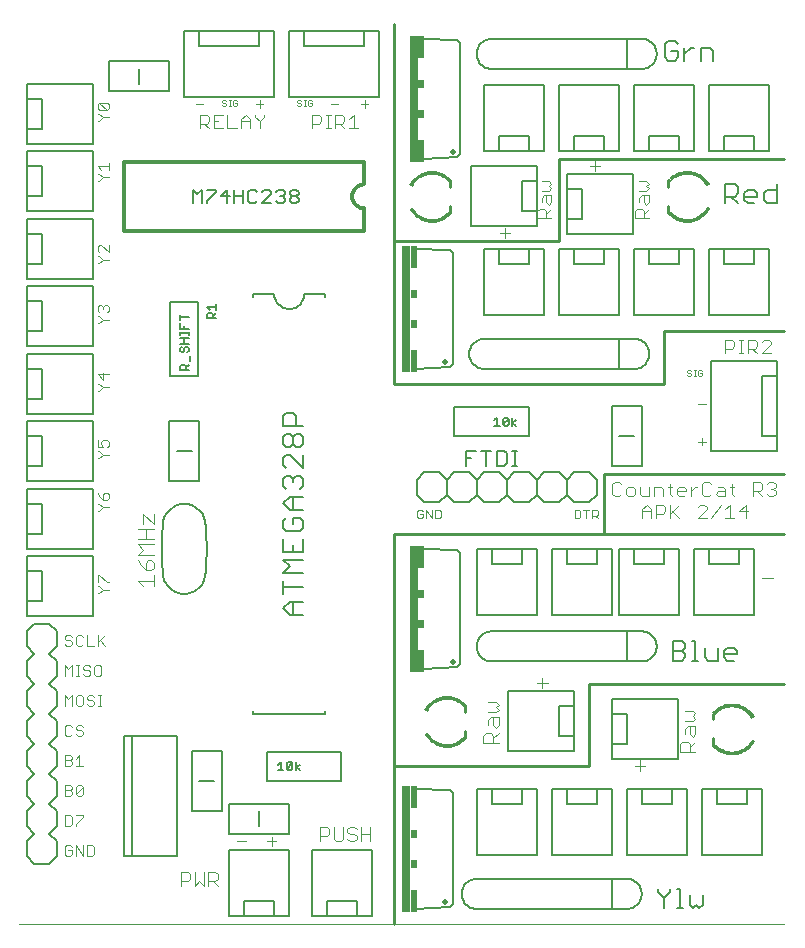
<source format=gto>
G75*
%MOIN*%
%OFA0B0*%
%FSLAX24Y24*%
%IPPOS*%
%LPD*%
%AMOC8*
5,1,8,0,0,1.08239X$1,22.5*
%
%ADD10C,0.0000*%
%ADD11C,0.0040*%
%ADD12C,0.0100*%
%ADD13C,0.0060*%
%ADD14C,0.0030*%
%ADD15C,0.0020*%
%ADD16C,0.0050*%
%ADD17C,0.0080*%
%ADD18C,0.0200*%
%ADD19R,0.0300X0.4200*%
%ADD20R,0.0200X0.0750*%
%ADD21R,0.0200X0.0300*%
%ADD22C,0.0010*%
%ADD23C,0.0120*%
D10*
X000100Y000150D02*
X025600Y000150D01*
D11*
X020967Y005430D02*
X020620Y005430D01*
X020793Y005257D02*
X020793Y005604D01*
X022120Y005873D02*
X022120Y006133D01*
X022206Y006220D01*
X022380Y006220D01*
X022467Y006133D01*
X022467Y005873D01*
X022640Y005873D02*
X022120Y005873D01*
X022467Y006047D02*
X022640Y006220D01*
X022553Y006389D02*
X022467Y006475D01*
X022467Y006736D01*
X022380Y006736D02*
X022640Y006736D01*
X022640Y006475D01*
X022553Y006389D01*
X022293Y006475D02*
X022293Y006649D01*
X022380Y006736D01*
X022293Y006904D02*
X022553Y006904D01*
X022640Y006991D01*
X022553Y007078D01*
X022640Y007165D01*
X022553Y007251D01*
X022293Y007251D01*
X024870Y011680D02*
X025217Y011680D01*
X024323Y013670D02*
X024323Y014130D01*
X024093Y013900D01*
X024400Y013900D01*
X023939Y013670D02*
X023632Y013670D01*
X023786Y013670D02*
X023786Y014130D01*
X023632Y013977D01*
X023479Y014130D02*
X023172Y013670D01*
X023018Y013670D02*
X022712Y013670D01*
X023018Y013977D01*
X023018Y014054D01*
X022942Y014130D01*
X022788Y014130D01*
X022712Y014054D01*
X022939Y014420D02*
X023093Y014420D01*
X023169Y014497D01*
X023323Y014497D02*
X023400Y014573D01*
X023630Y014573D01*
X023630Y014650D02*
X023630Y014420D01*
X023400Y014420D01*
X023323Y014497D01*
X023400Y014727D02*
X023553Y014727D01*
X023630Y014650D01*
X023783Y014727D02*
X023937Y014727D01*
X023860Y014804D02*
X023860Y014497D01*
X023937Y014420D01*
X024551Y014420D02*
X024551Y014880D01*
X024781Y014880D01*
X024858Y014804D01*
X024858Y014650D01*
X024781Y014573D01*
X024551Y014573D01*
X024704Y014573D02*
X024858Y014420D01*
X025011Y014497D02*
X025088Y014420D01*
X025241Y014420D01*
X025318Y014497D01*
X025318Y014573D01*
X025241Y014650D01*
X025165Y014650D01*
X025241Y014650D02*
X025318Y014727D01*
X025318Y014804D01*
X025241Y014880D01*
X025088Y014880D01*
X025011Y014804D01*
X023169Y014804D02*
X023093Y014880D01*
X022939Y014880D01*
X022863Y014804D01*
X022863Y014497D01*
X022939Y014420D01*
X022709Y014727D02*
X022632Y014727D01*
X022479Y014573D01*
X022479Y014420D02*
X022479Y014727D01*
X022325Y014650D02*
X022325Y014573D01*
X022018Y014573D01*
X022018Y014497D02*
X022018Y014650D01*
X022095Y014727D01*
X022249Y014727D01*
X022325Y014650D01*
X022249Y014420D02*
X022095Y014420D01*
X022018Y014497D01*
X021865Y014420D02*
X021788Y014497D01*
X021788Y014804D01*
X021712Y014727D02*
X021865Y014727D01*
X021558Y014650D02*
X021558Y014420D01*
X021558Y014650D02*
X021481Y014727D01*
X021251Y014727D01*
X021251Y014420D01*
X021098Y014420D02*
X021098Y014727D01*
X021098Y014420D02*
X020868Y014420D01*
X020791Y014497D01*
X020791Y014727D01*
X020637Y014650D02*
X020637Y014497D01*
X020561Y014420D01*
X020407Y014420D01*
X020330Y014497D01*
X020330Y014650D01*
X020407Y014727D01*
X020561Y014727D01*
X020637Y014650D01*
X020177Y014497D02*
X020100Y014420D01*
X019947Y014420D01*
X019870Y014497D01*
X019870Y014804D01*
X019947Y014880D01*
X020100Y014880D01*
X020177Y014804D01*
X020870Y013977D02*
X021023Y014130D01*
X021177Y013977D01*
X021177Y013670D01*
X021330Y013670D02*
X021330Y014130D01*
X021561Y014130D01*
X021637Y014054D01*
X021637Y013900D01*
X021561Y013823D01*
X021330Y013823D01*
X021177Y013900D02*
X020870Y013900D01*
X020870Y013977D02*
X020870Y013670D01*
X021791Y013670D02*
X021791Y014130D01*
X021868Y013900D02*
X022098Y013670D01*
X021791Y013823D02*
X022098Y014130D01*
X023620Y019170D02*
X023620Y019630D01*
X023850Y019630D01*
X023927Y019554D01*
X023927Y019400D01*
X023850Y019323D01*
X023620Y019323D01*
X024080Y019170D02*
X024234Y019170D01*
X024157Y019170D02*
X024157Y019630D01*
X024080Y019630D02*
X024234Y019630D01*
X024387Y019630D02*
X024387Y019170D01*
X024387Y019323D02*
X024618Y019323D01*
X024694Y019400D01*
X024694Y019554D01*
X024618Y019630D01*
X024387Y019630D01*
X024541Y019323D02*
X024694Y019170D01*
X024848Y019170D02*
X025155Y019477D01*
X025155Y019554D01*
X025078Y019630D01*
X024924Y019630D01*
X024848Y019554D01*
X024848Y019170D02*
X025155Y019170D01*
X021080Y023670D02*
X020620Y023670D01*
X020620Y023900D01*
X020696Y023977D01*
X020850Y023977D01*
X020927Y023900D01*
X020927Y023670D01*
X020927Y023823D02*
X021080Y023977D01*
X021003Y024130D02*
X020927Y024207D01*
X020927Y024437D01*
X020850Y024437D02*
X021080Y024437D01*
X021080Y024207D01*
X021003Y024130D01*
X020773Y024207D02*
X020773Y024361D01*
X020850Y024437D01*
X020773Y024591D02*
X021003Y024591D01*
X021080Y024668D01*
X021003Y024744D01*
X021080Y024821D01*
X021003Y024898D01*
X020773Y024898D01*
X019467Y025430D02*
X019120Y025430D01*
X019293Y025257D02*
X019293Y025604D01*
X017830Y024821D02*
X017753Y024898D01*
X017523Y024898D01*
X017753Y024744D02*
X017830Y024821D01*
X017753Y024744D02*
X017830Y024668D01*
X017753Y024591D01*
X017523Y024591D01*
X017600Y024437D02*
X017523Y024361D01*
X017523Y024207D01*
X017677Y024207D02*
X017677Y024437D01*
X017600Y024437D02*
X017830Y024437D01*
X017830Y024207D01*
X017753Y024130D01*
X017677Y024207D01*
X017600Y023977D02*
X017677Y023900D01*
X017677Y023670D01*
X017830Y023670D02*
X017370Y023670D01*
X017370Y023900D01*
X017446Y023977D01*
X017600Y023977D01*
X017677Y023823D02*
X017830Y023977D01*
X016467Y023180D02*
X016120Y023180D01*
X016293Y023007D02*
X016293Y023354D01*
X011405Y026670D02*
X011098Y026670D01*
X011251Y026670D02*
X011251Y027130D01*
X011098Y026977D01*
X010944Y027054D02*
X010944Y026900D01*
X010868Y026823D01*
X010637Y026823D01*
X010637Y026670D02*
X010637Y027130D01*
X010868Y027130D01*
X010944Y027054D01*
X010791Y026823D02*
X010944Y026670D01*
X010484Y026670D02*
X010330Y026670D01*
X010407Y026670D02*
X010407Y027130D01*
X010330Y027130D02*
X010484Y027130D01*
X010177Y027054D02*
X010177Y026900D01*
X010100Y026823D01*
X009870Y026823D01*
X009870Y026670D02*
X009870Y027130D01*
X010100Y027130D01*
X010177Y027054D01*
X008268Y027054D02*
X008115Y026900D01*
X008115Y026670D01*
X008115Y026900D02*
X007962Y027054D01*
X007962Y027130D01*
X007808Y026977D02*
X007808Y026670D01*
X007808Y026900D02*
X007501Y026900D01*
X007501Y026977D02*
X007501Y026670D01*
X007348Y026670D02*
X007041Y026670D01*
X007041Y027130D01*
X006887Y027130D02*
X006580Y027130D01*
X006580Y026670D01*
X006887Y026670D01*
X006734Y026900D02*
X006580Y026900D01*
X006427Y026900D02*
X006427Y027054D01*
X006350Y027130D01*
X006120Y027130D01*
X006120Y026670D01*
X006120Y026823D02*
X006350Y026823D01*
X006427Y026900D01*
X006273Y026823D02*
X006427Y026670D01*
X007501Y026977D02*
X007655Y027130D01*
X007808Y026977D01*
X008268Y027054D02*
X008268Y027130D01*
X004580Y013830D02*
X004580Y013483D01*
X004233Y013830D01*
X004233Y013483D01*
X004320Y013314D02*
X004320Y012967D01*
X004580Y012967D02*
X004060Y012967D01*
X004060Y012798D02*
X004580Y012798D01*
X004580Y012451D02*
X004060Y012451D01*
X004233Y012625D01*
X004060Y012798D01*
X004060Y013314D02*
X004580Y013314D01*
X004493Y012283D02*
X004407Y012283D01*
X004320Y012196D01*
X004320Y011936D01*
X004493Y011936D01*
X004580Y012022D01*
X004580Y012196D01*
X004493Y012283D01*
X004320Y011936D02*
X004146Y012109D01*
X004060Y012283D01*
X004060Y011593D02*
X004580Y011593D01*
X004580Y011420D02*
X004580Y011767D01*
X004233Y011420D02*
X004060Y011593D01*
X010120Y003380D02*
X010350Y003380D01*
X010427Y003304D01*
X010427Y003150D01*
X010350Y003073D01*
X010120Y003073D01*
X010120Y002920D02*
X010120Y003380D01*
X010580Y003380D02*
X010580Y002997D01*
X010657Y002920D01*
X010811Y002920D01*
X010887Y002997D01*
X010887Y003380D01*
X011041Y003304D02*
X011118Y003380D01*
X011271Y003380D01*
X011348Y003304D01*
X011501Y003380D02*
X011501Y002920D01*
X011348Y002997D02*
X011348Y003073D01*
X011271Y003150D01*
X011118Y003150D01*
X011041Y003227D01*
X011041Y003304D01*
X011041Y002997D02*
X011118Y002920D01*
X011271Y002920D01*
X011348Y002997D01*
X011501Y003150D02*
X011808Y003150D01*
X011808Y003380D02*
X011808Y002920D01*
X008677Y002900D02*
X008370Y002900D01*
X008523Y002747D02*
X008523Y003054D01*
X007677Y002900D02*
X007370Y002900D01*
X006640Y001880D02*
X006717Y001804D01*
X006717Y001650D01*
X006640Y001573D01*
X006410Y001573D01*
X006410Y001420D02*
X006410Y001880D01*
X006640Y001880D01*
X006563Y001573D02*
X006717Y001420D01*
X006256Y001420D02*
X006256Y001880D01*
X006103Y001573D02*
X006256Y001420D01*
X006103Y001573D02*
X005949Y001420D01*
X005949Y001880D01*
X005796Y001804D02*
X005719Y001880D01*
X005489Y001880D01*
X005489Y001420D01*
X005489Y001573D02*
X005719Y001573D01*
X005796Y001650D01*
X005796Y001804D01*
X015560Y006170D02*
X015560Y006430D01*
X015646Y006517D01*
X015820Y006517D01*
X015907Y006430D01*
X015907Y006170D01*
X016080Y006170D02*
X015560Y006170D01*
X015907Y006343D02*
X016080Y006517D01*
X015993Y006686D02*
X015907Y006772D01*
X015907Y007033D01*
X015820Y007033D02*
X016080Y007033D01*
X016080Y006772D01*
X015993Y006686D01*
X015733Y006772D02*
X015733Y006946D01*
X015820Y007033D01*
X015733Y007201D02*
X015993Y007201D01*
X016080Y007288D01*
X015993Y007375D01*
X016080Y007462D01*
X015993Y007548D01*
X015733Y007548D01*
X017370Y008180D02*
X017717Y008180D01*
X017543Y008007D02*
X017543Y008354D01*
D12*
X019100Y008150D02*
X025600Y008150D01*
X023230Y007160D02*
X023230Y006980D01*
X023230Y006340D02*
X023230Y006140D01*
X019100Y005400D02*
X012600Y005400D01*
X012600Y013150D01*
X019600Y013150D01*
X019600Y015150D01*
X025600Y015150D01*
X025600Y013150D02*
X019600Y013150D01*
X021600Y018150D02*
X021600Y019900D01*
X025600Y019900D01*
X021730Y023890D02*
X021730Y024090D01*
X021730Y024730D02*
X021730Y024910D01*
X018100Y025650D02*
X025600Y025650D01*
X021600Y018150D02*
X012600Y018150D01*
X012600Y022900D01*
X012600Y030150D01*
X014470Y024910D02*
X014470Y024710D01*
X014470Y024070D02*
X014470Y023890D01*
X012600Y022900D02*
X018100Y022900D01*
X018100Y025650D01*
X019100Y008150D02*
X019100Y005400D01*
X014970Y006390D02*
X014970Y006570D01*
X014970Y007210D02*
X014970Y007410D01*
X012600Y005400D02*
X012600Y000150D01*
D13*
X013300Y000650D02*
X014450Y000700D01*
X014550Y000800D01*
X014550Y004500D01*
X014450Y004600D01*
X013300Y004650D01*
X013550Y008650D02*
X014700Y008700D01*
X014800Y008800D01*
X014800Y012500D01*
X014700Y012600D01*
X013550Y012650D01*
X014989Y015420D02*
X014989Y015920D01*
X015323Y015920D01*
X015505Y015920D02*
X015839Y015920D01*
X015672Y015920D02*
X015672Y015420D01*
X016021Y015420D02*
X016271Y015420D01*
X016354Y015503D01*
X016354Y015837D01*
X016271Y015920D01*
X016021Y015920D01*
X016021Y015420D01*
X016536Y015420D02*
X016703Y015420D01*
X016620Y015420D02*
X016620Y015920D01*
X016703Y015920D02*
X016536Y015920D01*
X015156Y015670D02*
X014989Y015670D01*
X014450Y018700D02*
X013300Y018650D01*
X014450Y018700D02*
X014550Y018800D01*
X014550Y022500D01*
X014450Y022600D01*
X013300Y022650D01*
X013550Y025650D02*
X014700Y025700D01*
X014800Y025800D01*
X014800Y029500D01*
X014700Y029600D01*
X013550Y029650D01*
X021630Y029464D02*
X021630Y029037D01*
X021737Y028930D01*
X021950Y028930D01*
X022057Y029037D01*
X022057Y029250D01*
X021844Y029250D01*
X022057Y029464D02*
X021950Y029571D01*
X021737Y029571D01*
X021630Y029464D01*
X022275Y029357D02*
X022275Y028930D01*
X022275Y029144D02*
X022488Y029357D01*
X022595Y029357D01*
X022812Y029357D02*
X022812Y028930D01*
X023239Y028930D02*
X023239Y029250D01*
X023132Y029357D01*
X022812Y029357D01*
X023630Y024821D02*
X023950Y024821D01*
X024057Y024714D01*
X024057Y024500D01*
X023950Y024394D01*
X023630Y024394D01*
X023844Y024394D02*
X024057Y024180D01*
X024275Y024287D02*
X024275Y024500D01*
X024381Y024607D01*
X024595Y024607D01*
X024702Y024500D01*
X024702Y024394D01*
X024275Y024394D01*
X024275Y024287D02*
X024381Y024180D01*
X024595Y024180D01*
X024919Y024287D02*
X024919Y024500D01*
X025026Y024607D01*
X025346Y024607D01*
X025346Y024821D02*
X025346Y024180D01*
X025026Y024180D01*
X024919Y024287D01*
X023630Y024180D02*
X023630Y024821D01*
X022631Y009571D02*
X022631Y008930D01*
X022525Y008930D02*
X022738Y008930D01*
X022954Y009037D02*
X022954Y009357D01*
X022954Y009037D02*
X023061Y008930D01*
X023381Y008930D01*
X023381Y009357D01*
X023599Y009250D02*
X023599Y009037D01*
X023706Y008930D01*
X023919Y008930D01*
X024026Y009144D02*
X023599Y009144D01*
X023599Y009250D02*
X023706Y009357D01*
X023919Y009357D01*
X024026Y009250D01*
X024026Y009144D01*
X022631Y009571D02*
X022525Y009571D01*
X022307Y009464D02*
X022307Y009357D01*
X022200Y009250D01*
X021880Y009250D01*
X021880Y008930D02*
X022200Y008930D01*
X022307Y009037D01*
X022307Y009144D01*
X022200Y009250D01*
X022307Y009464D02*
X022200Y009571D01*
X021880Y009571D01*
X021880Y008930D01*
X021807Y001321D02*
X021807Y001214D01*
X021594Y001000D01*
X021594Y000680D01*
X021594Y001000D02*
X021380Y001214D01*
X021380Y001321D01*
X022025Y001321D02*
X022131Y001321D01*
X022131Y000680D01*
X022025Y000680D02*
X022238Y000680D01*
X022454Y000787D02*
X022454Y001107D01*
X022454Y000787D02*
X022561Y000680D01*
X022668Y000787D01*
X022775Y000680D01*
X022881Y000787D01*
X022881Y001107D01*
D14*
X019398Y013665D02*
X019301Y013762D01*
X019349Y013762D02*
X019204Y013762D01*
X019204Y013665D02*
X019204Y013955D01*
X019349Y013955D01*
X019398Y013907D01*
X019398Y013810D01*
X019349Y013762D01*
X019103Y013955D02*
X018910Y013955D01*
X019006Y013955D02*
X019006Y013665D01*
X018808Y013713D02*
X018808Y013907D01*
X018760Y013955D01*
X018615Y013955D01*
X018615Y013665D01*
X018760Y013665D01*
X018808Y013713D01*
X022740Y016225D02*
X022987Y016225D01*
X022863Y016102D02*
X022863Y016349D01*
X022740Y017475D02*
X022987Y017475D01*
X014148Y013907D02*
X014099Y013955D01*
X013954Y013955D01*
X013954Y013665D01*
X014099Y013665D01*
X014148Y013713D01*
X014148Y013907D01*
X013853Y013955D02*
X013853Y013665D01*
X013660Y013955D01*
X013660Y013665D01*
X013558Y013713D02*
X013558Y013810D01*
X013462Y013810D01*
X013558Y013713D02*
X013510Y013665D01*
X013413Y013665D01*
X013365Y013713D01*
X013365Y013907D01*
X013413Y013955D01*
X013510Y013955D01*
X013558Y013907D01*
X003085Y014038D02*
X002900Y014038D01*
X002776Y014162D01*
X002715Y014162D01*
X002900Y014283D02*
X002776Y014407D01*
X002715Y014530D01*
X002900Y014468D02*
X002900Y014283D01*
X003023Y014283D01*
X003085Y014345D01*
X003085Y014468D01*
X003023Y014530D01*
X002962Y014530D01*
X002900Y014468D01*
X002900Y014038D02*
X002776Y013915D01*
X002715Y013915D01*
X002715Y015665D02*
X002776Y015665D01*
X002900Y015788D01*
X003085Y015788D01*
X002900Y015788D02*
X002776Y015912D01*
X002715Y015912D01*
X002715Y016033D02*
X002900Y016033D01*
X002838Y016157D01*
X002838Y016218D01*
X002900Y016280D01*
X003023Y016280D01*
X003085Y016218D01*
X003085Y016095D01*
X003023Y016033D01*
X002715Y016033D02*
X002715Y016280D01*
X002715Y017915D02*
X002776Y017915D01*
X002900Y018038D01*
X003085Y018038D01*
X002900Y018038D02*
X002776Y018162D01*
X002715Y018162D01*
X002900Y018283D02*
X002715Y018468D01*
X003085Y018468D01*
X002900Y018530D02*
X002900Y018283D01*
X002776Y020165D02*
X002900Y020288D01*
X003085Y020288D01*
X002900Y020288D02*
X002776Y020412D01*
X002715Y020412D01*
X002776Y020533D02*
X002715Y020595D01*
X002715Y020718D01*
X002776Y020780D01*
X002838Y020780D01*
X002900Y020718D01*
X002962Y020780D01*
X003023Y020780D01*
X003085Y020718D01*
X003085Y020595D01*
X003023Y020533D01*
X002900Y020657D02*
X002900Y020718D01*
X002776Y020165D02*
X002715Y020165D01*
X002715Y022165D02*
X002776Y022165D01*
X002900Y022288D01*
X003085Y022288D01*
X002900Y022288D02*
X002776Y022412D01*
X002715Y022412D01*
X002776Y022533D02*
X002715Y022595D01*
X002715Y022718D01*
X002776Y022780D01*
X002838Y022780D01*
X003085Y022533D01*
X003085Y022780D01*
X002776Y024915D02*
X002900Y025038D01*
X003085Y025038D01*
X002900Y025038D02*
X002776Y025162D01*
X002715Y025162D01*
X002838Y025283D02*
X002715Y025407D01*
X003085Y025407D01*
X003085Y025530D02*
X003085Y025283D01*
X002776Y024915D02*
X002715Y024915D01*
X002715Y026915D02*
X002776Y026915D01*
X002900Y027038D01*
X003085Y027038D01*
X002900Y027038D02*
X002776Y027162D01*
X002715Y027162D01*
X002776Y027283D02*
X002715Y027345D01*
X002715Y027468D01*
X002776Y027530D01*
X003023Y027283D01*
X003085Y027345D01*
X003085Y027468D01*
X003023Y027530D01*
X002776Y027530D01*
X002776Y027283D02*
X003023Y027283D01*
X005990Y027475D02*
X006237Y027475D01*
X007990Y027475D02*
X008237Y027475D01*
X008113Y027352D02*
X008113Y027599D01*
X010490Y027475D02*
X010737Y027475D01*
X011490Y027475D02*
X011737Y027475D01*
X011613Y027352D02*
X011613Y027599D01*
X002776Y011780D02*
X003023Y011533D01*
X003085Y011533D01*
X003085Y011288D02*
X002900Y011288D01*
X002776Y011412D01*
X002715Y011412D01*
X002715Y011533D02*
X002715Y011780D01*
X002776Y011780D01*
X002900Y011288D02*
X002776Y011165D01*
X002715Y011165D01*
X002720Y009785D02*
X002720Y009415D01*
X002599Y009415D02*
X002352Y009415D01*
X002352Y009785D01*
X002230Y009724D02*
X002168Y009785D01*
X002045Y009785D01*
X001983Y009724D01*
X001983Y009477D01*
X002045Y009415D01*
X002168Y009415D01*
X002230Y009477D01*
X001862Y009477D02*
X001800Y009415D01*
X001677Y009415D01*
X001615Y009477D01*
X001677Y009600D02*
X001800Y009600D01*
X001862Y009538D01*
X001862Y009477D01*
X001677Y009600D02*
X001615Y009662D01*
X001615Y009724D01*
X001677Y009785D01*
X001800Y009785D01*
X001862Y009724D01*
X002720Y009538D02*
X002967Y009785D01*
X002782Y009600D02*
X002967Y009415D01*
X002782Y008785D02*
X002844Y008724D01*
X002844Y008477D01*
X002782Y008415D01*
X002659Y008415D01*
X002597Y008477D01*
X002597Y008724D01*
X002659Y008785D01*
X002782Y008785D01*
X002476Y008724D02*
X002414Y008785D01*
X002291Y008785D01*
X002229Y008724D01*
X002229Y008662D01*
X002291Y008600D01*
X002414Y008600D01*
X002476Y008538D01*
X002476Y008477D01*
X002414Y008415D01*
X002291Y008415D01*
X002229Y008477D01*
X002107Y008415D02*
X001983Y008415D01*
X002045Y008415D02*
X002045Y008785D01*
X001983Y008785D02*
X002107Y008785D01*
X001862Y008785D02*
X001862Y008415D01*
X001615Y008415D02*
X001615Y008785D01*
X001738Y008662D01*
X001862Y008785D01*
X001862Y007785D02*
X001738Y007662D01*
X001615Y007785D01*
X001615Y007415D01*
X001862Y007415D02*
X001862Y007785D01*
X001983Y007724D02*
X001983Y007477D01*
X002045Y007415D01*
X002168Y007415D01*
X002230Y007477D01*
X002230Y007724D01*
X002168Y007785D01*
X002045Y007785D01*
X001983Y007724D01*
X002352Y007724D02*
X002352Y007662D01*
X002413Y007600D01*
X002537Y007600D01*
X002599Y007538D01*
X002599Y007477D01*
X002537Y007415D01*
X002413Y007415D01*
X002352Y007477D01*
X002352Y007724D02*
X002413Y007785D01*
X002537Y007785D01*
X002599Y007724D01*
X002720Y007785D02*
X002843Y007785D01*
X002782Y007785D02*
X002782Y007415D01*
X002843Y007415D02*
X002720Y007415D01*
X002168Y006785D02*
X002045Y006785D01*
X001983Y006724D01*
X001983Y006662D01*
X002045Y006600D01*
X002168Y006600D01*
X002230Y006538D01*
X002230Y006477D01*
X002168Y006415D01*
X002045Y006415D01*
X001983Y006477D01*
X001862Y006477D02*
X001800Y006415D01*
X001677Y006415D01*
X001615Y006477D01*
X001615Y006724D01*
X001677Y006785D01*
X001800Y006785D01*
X001862Y006724D01*
X002168Y006785D02*
X002230Y006724D01*
X002107Y005785D02*
X002107Y005415D01*
X002230Y005415D02*
X001983Y005415D01*
X001862Y005477D02*
X001800Y005415D01*
X001615Y005415D01*
X001615Y005785D01*
X001800Y005785D01*
X001862Y005724D01*
X001862Y005662D01*
X001800Y005600D01*
X001615Y005600D01*
X001800Y005600D02*
X001862Y005538D01*
X001862Y005477D01*
X001983Y005662D02*
X002107Y005785D01*
X002045Y004785D02*
X002168Y004785D01*
X002230Y004724D01*
X001983Y004477D01*
X002045Y004415D01*
X002168Y004415D01*
X002230Y004477D01*
X002230Y004724D01*
X002045Y004785D02*
X001983Y004724D01*
X001983Y004477D01*
X001862Y004477D02*
X001800Y004415D01*
X001615Y004415D01*
X001615Y004785D01*
X001800Y004785D01*
X001862Y004724D01*
X001862Y004662D01*
X001800Y004600D01*
X001615Y004600D01*
X001800Y004600D02*
X001862Y004538D01*
X001862Y004477D01*
X001800Y003785D02*
X001615Y003785D01*
X001615Y003415D01*
X001800Y003415D01*
X001862Y003477D01*
X001862Y003724D01*
X001800Y003785D01*
X001983Y003785D02*
X002230Y003785D01*
X002230Y003724D01*
X001983Y003477D01*
X001983Y003415D01*
X001983Y002785D02*
X002230Y002415D01*
X002230Y002785D01*
X002352Y002785D02*
X002537Y002785D01*
X002599Y002724D01*
X002599Y002477D01*
X002537Y002415D01*
X002352Y002415D01*
X002352Y002785D01*
X001983Y002785D02*
X001983Y002415D01*
X001862Y002477D02*
X001862Y002600D01*
X001738Y002600D01*
X001615Y002477D02*
X001677Y002415D01*
X001800Y002415D01*
X001862Y002477D01*
X001862Y002724D02*
X001800Y002785D01*
X001677Y002785D01*
X001615Y002724D01*
X001615Y002477D01*
D15*
X022360Y018447D02*
X022397Y018410D01*
X022470Y018410D01*
X022507Y018447D01*
X022507Y018483D01*
X022470Y018520D01*
X022397Y018520D01*
X022360Y018557D01*
X022360Y018593D01*
X022397Y018630D01*
X022470Y018630D01*
X022507Y018593D01*
X022581Y018630D02*
X022654Y018630D01*
X022618Y018630D02*
X022618Y018410D01*
X022654Y018410D02*
X022581Y018410D01*
X022728Y018447D02*
X022765Y018410D01*
X022838Y018410D01*
X022875Y018447D01*
X022875Y018520D01*
X022802Y018520D01*
X022875Y018593D02*
X022838Y018630D01*
X022765Y018630D01*
X022728Y018593D01*
X022728Y018447D01*
X009875Y027447D02*
X009875Y027520D01*
X009802Y027520D01*
X009875Y027447D02*
X009838Y027410D01*
X009765Y027410D01*
X009728Y027447D01*
X009728Y027593D01*
X009765Y027630D01*
X009838Y027630D01*
X009875Y027593D01*
X009654Y027630D02*
X009581Y027630D01*
X009618Y027630D02*
X009618Y027410D01*
X009654Y027410D02*
X009581Y027410D01*
X009507Y027447D02*
X009470Y027410D01*
X009397Y027410D01*
X009360Y027447D01*
X009397Y027520D02*
X009470Y027520D01*
X009507Y027483D01*
X009507Y027447D01*
X009397Y027520D02*
X009360Y027557D01*
X009360Y027593D01*
X009397Y027630D01*
X009470Y027630D01*
X009507Y027593D01*
X007375Y027593D02*
X007338Y027630D01*
X007265Y027630D01*
X007228Y027593D01*
X007228Y027447D01*
X007265Y027410D01*
X007338Y027410D01*
X007375Y027447D01*
X007375Y027520D01*
X007302Y027520D01*
X007154Y027410D02*
X007081Y027410D01*
X007118Y027410D02*
X007118Y027630D01*
X007154Y027630D02*
X007081Y027630D01*
X007007Y027593D02*
X006970Y027630D01*
X006897Y027630D01*
X006860Y027593D01*
X006860Y027557D01*
X006897Y027520D01*
X006970Y027520D01*
X007007Y027483D01*
X007007Y027447D01*
X006970Y027410D01*
X006897Y027410D01*
X006860Y027447D01*
D16*
X005600Y027700D02*
X008600Y027700D01*
X008600Y029900D01*
X008100Y029900D01*
X008100Y029400D01*
X006100Y029400D01*
X006100Y029900D01*
X008100Y029900D01*
X009100Y029900D02*
X009600Y029900D01*
X009600Y029400D01*
X011600Y029400D01*
X011600Y029900D01*
X012100Y029900D01*
X012100Y027700D01*
X009100Y027700D01*
X009100Y029900D01*
X009600Y029900D02*
X011600Y029900D01*
X015150Y025400D02*
X015150Y023400D01*
X017350Y023400D01*
X017350Y023900D01*
X016850Y023900D01*
X016850Y024900D01*
X017350Y024900D01*
X017350Y023900D01*
X018350Y023650D02*
X018350Y024650D01*
X018850Y024650D01*
X018850Y023650D01*
X018350Y023650D01*
X018350Y023150D01*
X020550Y023150D01*
X020550Y025150D01*
X018350Y025150D01*
X018350Y024650D01*
X017350Y024900D02*
X017350Y025400D01*
X015150Y025400D01*
X015600Y025900D02*
X016100Y025900D01*
X016100Y026400D01*
X017100Y026400D01*
X017100Y025900D01*
X016100Y025900D01*
X015600Y025900D02*
X015600Y028100D01*
X017600Y028100D01*
X017600Y025900D01*
X017100Y025900D01*
X018100Y025900D02*
X018600Y025900D01*
X018600Y026400D01*
X019600Y026400D01*
X019600Y025900D01*
X018600Y025900D01*
X018100Y025900D02*
X018100Y028100D01*
X020100Y028100D01*
X020100Y025900D01*
X019600Y025900D01*
X020600Y025900D02*
X021100Y025900D01*
X021100Y026400D01*
X022100Y026400D01*
X022100Y025900D01*
X021100Y025900D01*
X020600Y025900D02*
X020600Y028100D01*
X022600Y028100D01*
X022600Y025900D01*
X022100Y025900D01*
X023100Y025900D02*
X023600Y025900D01*
X023600Y026400D01*
X024600Y026400D01*
X024600Y025900D01*
X023600Y025900D01*
X023100Y025900D02*
X023100Y028100D01*
X025100Y028100D01*
X025100Y025900D01*
X024600Y025900D01*
X024600Y022650D02*
X023600Y022650D01*
X023600Y022150D01*
X024600Y022150D01*
X024600Y022650D01*
X025100Y022650D01*
X025100Y020450D01*
X023100Y020450D01*
X023100Y022650D01*
X023600Y022650D01*
X022600Y022650D02*
X022100Y022650D01*
X022100Y022150D01*
X021100Y022150D01*
X021100Y022650D01*
X022100Y022650D01*
X022600Y022650D02*
X022600Y020450D01*
X020600Y020450D01*
X020600Y022650D01*
X021100Y022650D01*
X020100Y022650D02*
X019600Y022650D01*
X019600Y022150D01*
X018600Y022150D01*
X018600Y022650D01*
X019600Y022650D01*
X020100Y022650D02*
X020100Y020450D01*
X018100Y020450D01*
X018100Y022650D01*
X018600Y022650D01*
X017600Y022650D02*
X017100Y022650D01*
X017100Y022150D01*
X016100Y022150D01*
X016100Y022650D01*
X017100Y022650D01*
X017600Y022650D02*
X017600Y020450D01*
X015600Y020450D01*
X015600Y022650D01*
X016100Y022650D01*
X016030Y017025D02*
X016030Y016755D01*
X015940Y016755D02*
X016120Y016755D01*
X016235Y016800D02*
X016415Y016980D01*
X016415Y016800D01*
X016370Y016755D01*
X016280Y016755D01*
X016235Y016800D01*
X016235Y016980D01*
X016280Y017025D01*
X016370Y017025D01*
X016415Y016980D01*
X016529Y017025D02*
X016529Y016755D01*
X016529Y016845D02*
X016665Y016935D01*
X016529Y016845D02*
X016665Y016755D01*
X016030Y017025D02*
X015940Y016935D01*
X015850Y012650D02*
X015350Y012650D01*
X015350Y010450D01*
X017350Y010450D01*
X017350Y012650D01*
X016850Y012650D01*
X016850Y012150D01*
X015850Y012150D01*
X015850Y012650D01*
X016850Y012650D01*
X017850Y012650D02*
X018350Y012650D01*
X018350Y012150D01*
X019350Y012150D01*
X019350Y012650D01*
X019850Y012650D01*
X019850Y010450D01*
X017850Y010450D01*
X017850Y012650D01*
X018350Y012650D02*
X019350Y012650D01*
X020100Y012650D02*
X020600Y012650D01*
X020600Y012150D01*
X021600Y012150D01*
X021600Y012650D01*
X022100Y012650D01*
X022100Y010450D01*
X020100Y010450D01*
X020100Y012650D01*
X020600Y012650D02*
X021600Y012650D01*
X022600Y012650D02*
X023100Y012650D01*
X023100Y012150D01*
X024100Y012150D01*
X024100Y012650D01*
X024600Y012650D01*
X024600Y010450D01*
X022600Y010450D01*
X022600Y012650D01*
X023100Y012650D02*
X024100Y012650D01*
X023150Y015900D02*
X023150Y018900D01*
X025350Y018900D01*
X025350Y018400D01*
X024850Y018400D01*
X024850Y016400D01*
X025350Y016400D01*
X025350Y015900D01*
X023150Y015900D01*
X025350Y016400D02*
X025350Y018400D01*
X018600Y007900D02*
X018600Y007400D01*
X018100Y007400D01*
X018100Y006400D01*
X018600Y006400D01*
X018600Y005900D01*
X016400Y005900D01*
X016400Y007900D01*
X018600Y007900D01*
X018600Y007400D02*
X018600Y006400D01*
X019850Y006150D02*
X019850Y005650D01*
X022050Y005650D01*
X022050Y007650D01*
X019850Y007650D01*
X019850Y007150D01*
X020350Y007150D01*
X020350Y006150D01*
X019850Y006150D01*
X019850Y007150D01*
X019850Y004650D02*
X019350Y004650D01*
X019350Y004150D01*
X018350Y004150D01*
X018350Y004650D01*
X019350Y004650D01*
X019850Y004650D02*
X019850Y002450D01*
X017850Y002450D01*
X017850Y004650D01*
X018350Y004650D01*
X017350Y004650D02*
X016850Y004650D01*
X016850Y004150D01*
X015850Y004150D01*
X015850Y004650D01*
X016850Y004650D01*
X017350Y004650D02*
X017350Y002450D01*
X015350Y002450D01*
X015350Y004650D01*
X015850Y004650D01*
X011850Y002600D02*
X011850Y000400D01*
X011350Y000400D01*
X011350Y000900D01*
X010350Y000900D01*
X010350Y000400D01*
X009850Y000400D01*
X009850Y002600D01*
X011850Y002600D01*
X011350Y000400D02*
X010350Y000400D01*
X009100Y000400D02*
X008600Y000400D01*
X008600Y000900D01*
X007600Y000900D01*
X007600Y000400D01*
X007100Y000400D01*
X007100Y002600D01*
X009100Y002600D01*
X009100Y000400D01*
X008600Y000400D02*
X007600Y000400D01*
X008725Y005275D02*
X008905Y005275D01*
X008815Y005275D02*
X008815Y005545D01*
X008725Y005455D01*
X009020Y005500D02*
X009020Y005320D01*
X009200Y005500D01*
X009200Y005320D01*
X009155Y005275D01*
X009065Y005275D01*
X009020Y005320D01*
X009020Y005500D02*
X009065Y005545D01*
X009155Y005545D01*
X009200Y005500D01*
X009314Y005545D02*
X009314Y005275D01*
X009314Y005365D02*
X009449Y005455D01*
X009314Y005365D02*
X009449Y005275D01*
X002550Y010400D02*
X002550Y012400D01*
X000350Y012400D01*
X000350Y011900D01*
X000850Y011900D01*
X000850Y010900D01*
X000350Y010900D01*
X000350Y011900D01*
X000350Y012650D02*
X000350Y013150D01*
X000850Y013150D01*
X000850Y014150D01*
X000350Y014150D01*
X000350Y014650D01*
X002550Y014650D01*
X002550Y012650D01*
X000350Y012650D01*
X000350Y013150D02*
X000350Y014150D01*
X000350Y014900D02*
X000350Y015400D01*
X000850Y015400D01*
X000850Y016400D01*
X000350Y016400D01*
X000350Y016900D01*
X002550Y016900D01*
X002550Y014900D01*
X000350Y014900D01*
X000350Y015400D02*
X000350Y016400D01*
X000350Y017150D02*
X000350Y017650D01*
X000850Y017650D01*
X000850Y018650D01*
X000350Y018650D01*
X000350Y019150D01*
X002550Y019150D01*
X002550Y017150D01*
X000350Y017150D01*
X000350Y017650D02*
X000350Y018650D01*
X000350Y019400D02*
X000350Y019900D01*
X000850Y019900D01*
X000850Y020900D01*
X000350Y020900D01*
X000350Y021400D01*
X002550Y021400D01*
X002550Y019400D01*
X000350Y019400D01*
X000350Y019900D02*
X000350Y020900D01*
X000350Y021650D02*
X000350Y022150D01*
X000850Y022150D01*
X000850Y023150D01*
X000350Y023150D01*
X000350Y023650D01*
X002550Y023650D01*
X002550Y021650D01*
X000350Y021650D01*
X000350Y022150D02*
X000350Y023150D01*
X000350Y023900D02*
X000350Y024400D01*
X000850Y024400D01*
X000850Y025400D01*
X000350Y025400D01*
X000350Y025900D01*
X002550Y025900D01*
X002550Y023900D01*
X000350Y023900D01*
X000350Y024400D02*
X000350Y025400D01*
X000350Y026150D02*
X000350Y026650D01*
X000850Y026650D01*
X000850Y027650D01*
X000350Y027650D01*
X000350Y028150D01*
X002550Y028150D01*
X002550Y026150D01*
X000350Y026150D01*
X000350Y026650D02*
X000350Y027650D01*
X005600Y027700D02*
X005600Y029900D01*
X006100Y029900D01*
X006192Y024625D02*
X006192Y024175D01*
X006352Y024175D02*
X006352Y024250D01*
X006653Y024550D01*
X006653Y024625D01*
X006352Y024625D01*
X006192Y024625D02*
X006042Y024475D01*
X005892Y024625D01*
X005892Y024175D01*
X006813Y024400D02*
X007113Y024400D01*
X007273Y024400D02*
X007573Y024400D01*
X007733Y024250D02*
X007808Y024175D01*
X007959Y024175D01*
X008034Y024250D01*
X008194Y024175D02*
X008494Y024475D01*
X008494Y024550D01*
X008419Y024625D01*
X008269Y024625D01*
X008194Y024550D01*
X008034Y024550D02*
X007959Y024625D01*
X007808Y024625D01*
X007733Y024550D01*
X007733Y024250D01*
X007573Y024175D02*
X007573Y024625D01*
X007273Y024625D02*
X007273Y024175D01*
X007038Y024175D02*
X007038Y024625D01*
X006813Y024400D01*
X008194Y024175D02*
X008494Y024175D01*
X008654Y024250D02*
X008729Y024175D01*
X008879Y024175D01*
X008954Y024250D01*
X008954Y024325D01*
X008879Y024400D01*
X008804Y024400D01*
X008879Y024400D02*
X008954Y024475D01*
X008954Y024550D01*
X008879Y024625D01*
X008729Y024625D01*
X008654Y024550D01*
X009115Y024550D02*
X009115Y024475D01*
X009190Y024400D01*
X009340Y024400D01*
X009415Y024325D01*
X009415Y024250D01*
X009340Y024175D01*
X009190Y024175D01*
X009115Y024250D01*
X009115Y024325D01*
X009190Y024400D01*
X009340Y024400D02*
X009415Y024475D01*
X009415Y024550D01*
X009340Y024625D01*
X009190Y024625D01*
X009115Y024550D01*
X006645Y020811D02*
X006645Y020630D01*
X006645Y020720D02*
X006375Y020720D01*
X006465Y020630D01*
X006420Y020516D02*
X006510Y020516D01*
X006555Y020471D01*
X006555Y020336D01*
X006555Y020426D02*
X006645Y020516D01*
X006645Y020336D02*
X006375Y020336D01*
X006375Y020471D01*
X006420Y020516D01*
X005745Y020370D02*
X005475Y020370D01*
X005475Y020280D02*
X005475Y020461D01*
X005475Y020166D02*
X005475Y019986D01*
X005745Y019986D01*
X005745Y019879D02*
X005745Y019789D01*
X005745Y019834D02*
X005475Y019834D01*
X005475Y019789D02*
X005475Y019879D01*
X005610Y019986D02*
X005610Y020076D01*
X005610Y019675D02*
X005610Y019495D01*
X005655Y019380D02*
X005700Y019380D01*
X005745Y019335D01*
X005745Y019245D01*
X005700Y019200D01*
X005610Y019245D02*
X005610Y019335D01*
X005655Y019380D01*
X005520Y019380D02*
X005475Y019335D01*
X005475Y019245D01*
X005520Y019200D01*
X005565Y019200D01*
X005610Y019245D01*
X005790Y019085D02*
X005790Y018905D01*
X005745Y018791D02*
X005655Y018701D01*
X005655Y018746D02*
X005655Y018611D01*
X005745Y018611D02*
X005475Y018611D01*
X005475Y018746D01*
X005520Y018791D01*
X005610Y018791D01*
X005655Y018746D01*
X005745Y019495D02*
X005475Y019495D01*
X005475Y019675D02*
X005745Y019675D01*
X000350Y010900D02*
X000350Y010400D01*
X002550Y010400D01*
X020350Y004650D02*
X020350Y002450D01*
X022350Y002450D01*
X022350Y004650D01*
X021850Y004650D01*
X021850Y004150D01*
X020850Y004150D01*
X020850Y004650D01*
X021850Y004650D01*
X020850Y004650D02*
X020350Y004650D01*
X022850Y004650D02*
X022850Y002450D01*
X024850Y002450D01*
X024850Y004650D01*
X024350Y004650D01*
X024350Y004150D01*
X023350Y004150D01*
X023350Y004650D01*
X024350Y004650D01*
X023350Y004650D02*
X022850Y004650D01*
D17*
X020350Y001650D02*
X019850Y001650D01*
X019850Y000650D01*
X020350Y000650D01*
X020394Y000652D01*
X020437Y000658D01*
X020479Y000667D01*
X020521Y000680D01*
X020561Y000697D01*
X020600Y000717D01*
X020637Y000740D01*
X020671Y000767D01*
X020704Y000796D01*
X020733Y000829D01*
X020760Y000863D01*
X020783Y000900D01*
X020803Y000939D01*
X020820Y000979D01*
X020833Y001021D01*
X020842Y001063D01*
X020848Y001106D01*
X020850Y001150D01*
X020848Y001194D01*
X020842Y001237D01*
X020833Y001279D01*
X020820Y001321D01*
X020803Y001361D01*
X020783Y001400D01*
X020760Y001437D01*
X020733Y001471D01*
X020704Y001504D01*
X020671Y001533D01*
X020637Y001560D01*
X020600Y001583D01*
X020561Y001603D01*
X020521Y001620D01*
X020479Y001633D01*
X020437Y001642D01*
X020394Y001648D01*
X020350Y001650D01*
X019850Y001650D02*
X015350Y001650D01*
X015306Y001648D01*
X015263Y001642D01*
X015221Y001633D01*
X015179Y001620D01*
X015139Y001603D01*
X015100Y001583D01*
X015063Y001560D01*
X015029Y001533D01*
X014996Y001504D01*
X014967Y001471D01*
X014940Y001437D01*
X014917Y001400D01*
X014897Y001361D01*
X014880Y001321D01*
X014867Y001279D01*
X014858Y001237D01*
X014852Y001194D01*
X014850Y001150D01*
X014852Y001106D01*
X014858Y001063D01*
X014867Y001021D01*
X014880Y000979D01*
X014897Y000939D01*
X014917Y000900D01*
X014940Y000863D01*
X014967Y000829D01*
X014996Y000796D01*
X015029Y000767D01*
X015063Y000740D01*
X015100Y000717D01*
X015139Y000697D01*
X015179Y000680D01*
X015221Y000667D01*
X015263Y000658D01*
X015306Y000652D01*
X015350Y000650D01*
X019850Y000650D01*
X020350Y008900D02*
X015850Y008900D01*
X015806Y008902D01*
X015763Y008908D01*
X015721Y008917D01*
X015679Y008930D01*
X015639Y008947D01*
X015600Y008967D01*
X015563Y008990D01*
X015529Y009017D01*
X015496Y009046D01*
X015467Y009079D01*
X015440Y009113D01*
X015417Y009150D01*
X015397Y009189D01*
X015380Y009229D01*
X015367Y009271D01*
X015358Y009313D01*
X015352Y009356D01*
X015350Y009400D01*
X015352Y009444D01*
X015358Y009487D01*
X015367Y009529D01*
X015380Y009571D01*
X015397Y009611D01*
X015417Y009650D01*
X015440Y009687D01*
X015467Y009721D01*
X015496Y009754D01*
X015529Y009783D01*
X015563Y009810D01*
X015600Y009833D01*
X015639Y009853D01*
X015679Y009870D01*
X015721Y009883D01*
X015763Y009892D01*
X015806Y009898D01*
X015850Y009900D01*
X020350Y009900D01*
X020350Y008900D01*
X020850Y008900D01*
X020894Y008902D01*
X020937Y008908D01*
X020979Y008917D01*
X021021Y008930D01*
X021061Y008947D01*
X021100Y008967D01*
X021137Y008990D01*
X021171Y009017D01*
X021204Y009046D01*
X021233Y009079D01*
X021260Y009113D01*
X021283Y009150D01*
X021303Y009189D01*
X021320Y009229D01*
X021333Y009271D01*
X021342Y009313D01*
X021348Y009356D01*
X021350Y009400D01*
X021348Y009444D01*
X021342Y009487D01*
X021333Y009529D01*
X021320Y009571D01*
X021303Y009611D01*
X021283Y009650D01*
X021260Y009687D01*
X021233Y009721D01*
X021204Y009754D01*
X021171Y009783D01*
X021137Y009810D01*
X021100Y009833D01*
X021061Y009853D01*
X021021Y009870D01*
X020979Y009883D01*
X020937Y009892D01*
X020894Y009898D01*
X020850Y009900D01*
X020350Y009900D01*
X019100Y014200D02*
X018600Y014200D01*
X018350Y014450D01*
X018350Y014950D01*
X018600Y015200D01*
X019100Y015200D01*
X019350Y014950D01*
X019350Y014450D01*
X019100Y014200D01*
X018350Y014450D02*
X018100Y014200D01*
X017600Y014200D01*
X017350Y014450D01*
X017350Y014950D01*
X017600Y015200D01*
X018100Y015200D01*
X018350Y014950D01*
X017350Y014950D02*
X017100Y015200D01*
X016600Y015200D01*
X016350Y014950D01*
X016350Y014450D01*
X016100Y014200D01*
X015600Y014200D01*
X015350Y014450D01*
X015350Y014950D01*
X015600Y015200D01*
X016100Y015200D01*
X016350Y014950D01*
X016350Y014450D02*
X016600Y014200D01*
X017100Y014200D01*
X017350Y014450D01*
X017090Y016428D02*
X014610Y016428D01*
X014610Y017372D01*
X017090Y017372D01*
X017090Y016428D01*
X015350Y014950D02*
X015100Y015200D01*
X014600Y015200D01*
X014350Y014950D01*
X014350Y014450D01*
X014100Y014200D01*
X013600Y014200D01*
X013350Y014450D01*
X013350Y014950D01*
X013600Y015200D01*
X014100Y015200D01*
X014350Y014950D01*
X014350Y014450D02*
X014600Y014200D01*
X015100Y014200D01*
X015350Y014450D01*
X004900Y013550D02*
X004882Y013371D01*
X004868Y013191D01*
X004858Y013011D01*
X004852Y012830D01*
X004850Y012650D01*
X004852Y012470D01*
X004858Y012289D01*
X004868Y012109D01*
X004882Y011929D01*
X004900Y011750D01*
X004910Y011698D01*
X004924Y011647D01*
X004942Y011597D01*
X004963Y011549D01*
X004988Y011502D01*
X005016Y011458D01*
X005048Y011415D01*
X005082Y011375D01*
X005120Y011338D01*
X005160Y011304D01*
X005202Y011272D01*
X005247Y011244D01*
X005294Y011220D01*
X005342Y011199D01*
X005392Y011181D01*
X005443Y011168D01*
X005495Y011158D01*
X005547Y011152D01*
X005600Y011150D01*
X005653Y011152D01*
X005705Y011158D01*
X005757Y011168D01*
X005808Y011181D01*
X005858Y011199D01*
X005906Y011220D01*
X005953Y011244D01*
X005998Y011272D01*
X006040Y011304D01*
X006080Y011338D01*
X006118Y011375D01*
X006152Y011415D01*
X006184Y011458D01*
X006212Y011502D01*
X006237Y011549D01*
X006258Y011597D01*
X006276Y011647D01*
X006290Y011698D01*
X006300Y011750D01*
X006300Y013550D02*
X006290Y013602D01*
X006276Y013653D01*
X006258Y013703D01*
X006237Y013751D01*
X006212Y013798D01*
X006184Y013842D01*
X006152Y013885D01*
X006118Y013925D01*
X006080Y013962D01*
X006040Y013996D01*
X005998Y014028D01*
X005953Y014056D01*
X005906Y014080D01*
X005858Y014101D01*
X005808Y014119D01*
X005757Y014132D01*
X005705Y014142D01*
X005653Y014148D01*
X005600Y014150D01*
X005547Y014148D01*
X005495Y014142D01*
X005443Y014132D01*
X005392Y014119D01*
X005342Y014101D01*
X005294Y014080D01*
X005247Y014056D01*
X005202Y014028D01*
X005160Y013996D01*
X005120Y013962D01*
X005082Y013925D01*
X005048Y013885D01*
X005016Y013842D01*
X004988Y013798D01*
X004963Y013751D01*
X004942Y013703D01*
X004924Y013653D01*
X004910Y013602D01*
X004900Y013550D01*
X005100Y014900D02*
X005100Y016900D01*
X006100Y016900D01*
X006100Y014900D01*
X005100Y014900D01*
X005350Y015900D02*
X005850Y015900D01*
X006072Y018410D02*
X005128Y018410D01*
X005128Y020890D01*
X006072Y020890D01*
X006072Y018410D01*
X007900Y021050D02*
X007900Y021150D01*
X008600Y021150D01*
X008602Y021106D01*
X008608Y021063D01*
X008617Y021021D01*
X008630Y020979D01*
X008647Y020939D01*
X008667Y020900D01*
X008690Y020863D01*
X008717Y020829D01*
X008746Y020796D01*
X008779Y020767D01*
X008813Y020740D01*
X008850Y020717D01*
X008889Y020697D01*
X008929Y020680D01*
X008971Y020667D01*
X009013Y020658D01*
X009056Y020652D01*
X009100Y020650D01*
X009144Y020652D01*
X009187Y020658D01*
X009229Y020667D01*
X009271Y020680D01*
X009311Y020697D01*
X009350Y020717D01*
X009387Y020740D01*
X009421Y020767D01*
X009454Y020796D01*
X009483Y020829D01*
X009510Y020863D01*
X009533Y020900D01*
X009553Y020939D01*
X009570Y020979D01*
X009583Y021021D01*
X009592Y021063D01*
X009598Y021106D01*
X009600Y021150D01*
X010300Y021150D01*
X010300Y021050D01*
X009230Y017194D02*
X009003Y017194D01*
X008889Y017080D01*
X008889Y016740D01*
X009570Y016740D01*
X009343Y016740D02*
X009343Y017080D01*
X009230Y017194D01*
X009343Y016494D02*
X009230Y016381D01*
X009230Y016154D01*
X009116Y016040D01*
X009003Y016040D01*
X008889Y016154D01*
X008889Y016381D01*
X009003Y016494D01*
X009116Y016494D01*
X009230Y016381D01*
X009343Y016494D02*
X009457Y016494D01*
X009570Y016381D01*
X009570Y016154D01*
X009457Y016040D01*
X009343Y016040D01*
X009230Y016154D01*
X009116Y015794D02*
X009003Y015794D01*
X008889Y015681D01*
X008889Y015454D01*
X009003Y015341D01*
X009003Y015095D02*
X009116Y015095D01*
X009230Y014981D01*
X009343Y015095D01*
X009457Y015095D01*
X009570Y014981D01*
X009570Y014754D01*
X009457Y014641D01*
X009570Y014395D02*
X009116Y014395D01*
X008889Y014168D01*
X009116Y013941D01*
X009570Y013941D01*
X009457Y013695D02*
X009230Y013695D01*
X009230Y013468D01*
X009003Y013241D02*
X009457Y013241D01*
X009570Y013355D01*
X009570Y013581D01*
X009457Y013695D01*
X009230Y013941D02*
X009230Y014395D01*
X009003Y014641D02*
X008889Y014754D01*
X008889Y014981D01*
X009003Y015095D01*
X009230Y014981D02*
X009230Y014868D01*
X009570Y015341D02*
X009116Y015794D01*
X009570Y015794D02*
X009570Y015341D01*
X009003Y013695D02*
X008889Y013581D01*
X008889Y013355D01*
X009003Y013241D01*
X008889Y012995D02*
X008889Y012541D01*
X009570Y012541D01*
X009570Y012995D01*
X009230Y012768D02*
X009230Y012541D01*
X009570Y012295D02*
X008889Y012295D01*
X009116Y012068D01*
X008889Y011842D01*
X009570Y011842D01*
X009570Y011369D02*
X008889Y011369D01*
X008889Y011142D02*
X008889Y011596D01*
X009116Y010896D02*
X008889Y010669D01*
X009116Y010442D01*
X009570Y010442D01*
X009230Y010442D02*
X009230Y010896D01*
X009116Y010896D02*
X009570Y010896D01*
X010300Y007250D02*
X010300Y007150D01*
X007900Y007150D01*
X007900Y007250D01*
X008360Y005872D02*
X010840Y005872D01*
X010840Y004928D01*
X008360Y004928D01*
X008360Y005872D01*
X006850Y005900D02*
X005850Y005900D01*
X005850Y003900D01*
X006850Y003900D01*
X006850Y005900D01*
X006600Y004900D02*
X006100Y004900D01*
X007100Y004150D02*
X009100Y004150D01*
X009100Y003150D01*
X007100Y003150D01*
X007100Y004150D01*
X008100Y003900D02*
X008100Y003400D01*
X005350Y002400D02*
X003850Y002400D01*
X003850Y006400D01*
X005350Y006400D01*
X005350Y002400D01*
X003850Y002400D02*
X003600Y002400D01*
X003600Y006400D01*
X003850Y006400D01*
X001350Y006400D02*
X001100Y006150D01*
X001350Y005900D01*
X001350Y005400D01*
X001100Y005150D01*
X001350Y004900D01*
X001350Y004400D01*
X001100Y004150D01*
X001350Y003900D01*
X001350Y003400D01*
X001100Y003150D01*
X001350Y002900D01*
X001350Y002400D01*
X001100Y002150D01*
X000600Y002150D01*
X000350Y002400D01*
X000350Y002900D01*
X000600Y003150D01*
X000350Y003400D01*
X000350Y003900D01*
X000600Y004150D01*
X000350Y004400D01*
X000350Y004900D01*
X000600Y005150D01*
X000350Y005400D01*
X000350Y005900D01*
X000600Y006150D01*
X000350Y006400D01*
X000350Y006900D01*
X000600Y007150D01*
X000350Y007400D01*
X000350Y007900D01*
X000600Y008150D01*
X000350Y008400D01*
X000350Y008900D01*
X000600Y009150D01*
X000350Y009400D01*
X000350Y009900D01*
X000600Y010150D01*
X001100Y010150D01*
X001350Y009900D01*
X001350Y009400D01*
X001100Y009150D01*
X001350Y008900D01*
X001350Y008400D01*
X001100Y008150D01*
X001350Y007900D01*
X001350Y007400D01*
X001100Y007150D01*
X001350Y006900D01*
X001350Y006400D01*
X006300Y011750D02*
X006318Y011929D01*
X006332Y012109D01*
X006342Y012289D01*
X006348Y012470D01*
X006350Y012650D01*
X006348Y012830D01*
X006342Y013011D01*
X006332Y013191D01*
X006318Y013371D01*
X006300Y013550D01*
X015600Y018650D02*
X020100Y018650D01*
X020100Y019650D01*
X015600Y019650D01*
X015556Y019648D01*
X015513Y019642D01*
X015471Y019633D01*
X015429Y019620D01*
X015389Y019603D01*
X015350Y019583D01*
X015313Y019560D01*
X015279Y019533D01*
X015246Y019504D01*
X015217Y019471D01*
X015190Y019437D01*
X015167Y019400D01*
X015147Y019361D01*
X015130Y019321D01*
X015117Y019279D01*
X015108Y019237D01*
X015102Y019194D01*
X015100Y019150D01*
X015102Y019106D01*
X015108Y019063D01*
X015117Y019021D01*
X015130Y018979D01*
X015147Y018939D01*
X015167Y018900D01*
X015190Y018863D01*
X015217Y018829D01*
X015246Y018796D01*
X015279Y018767D01*
X015313Y018740D01*
X015350Y018717D01*
X015389Y018697D01*
X015429Y018680D01*
X015471Y018667D01*
X015513Y018658D01*
X015556Y018652D01*
X015600Y018650D01*
X019850Y017400D02*
X019850Y015400D01*
X020850Y015400D01*
X020850Y017400D01*
X019850Y017400D01*
X020100Y016400D02*
X020600Y016400D01*
X020600Y018650D02*
X020100Y018650D01*
X020600Y018650D02*
X020644Y018652D01*
X020687Y018658D01*
X020729Y018667D01*
X020771Y018680D01*
X020811Y018697D01*
X020850Y018717D01*
X020887Y018740D01*
X020921Y018767D01*
X020954Y018796D01*
X020983Y018829D01*
X021010Y018863D01*
X021033Y018900D01*
X021053Y018939D01*
X021070Y018979D01*
X021083Y019021D01*
X021092Y019063D01*
X021098Y019106D01*
X021100Y019150D01*
X021098Y019194D01*
X021092Y019237D01*
X021083Y019279D01*
X021070Y019321D01*
X021053Y019361D01*
X021033Y019400D01*
X021010Y019437D01*
X020983Y019471D01*
X020954Y019504D01*
X020921Y019533D01*
X020887Y019560D01*
X020850Y019583D01*
X020811Y019603D01*
X020771Y019620D01*
X020729Y019633D01*
X020687Y019642D01*
X020644Y019648D01*
X020600Y019650D01*
X020100Y019650D01*
X020350Y028650D02*
X015850Y028650D01*
X015806Y028652D01*
X015763Y028658D01*
X015721Y028667D01*
X015679Y028680D01*
X015639Y028697D01*
X015600Y028717D01*
X015563Y028740D01*
X015529Y028767D01*
X015496Y028796D01*
X015467Y028829D01*
X015440Y028863D01*
X015417Y028900D01*
X015397Y028939D01*
X015380Y028979D01*
X015367Y029021D01*
X015358Y029063D01*
X015352Y029106D01*
X015350Y029150D01*
X015352Y029194D01*
X015358Y029237D01*
X015367Y029279D01*
X015380Y029321D01*
X015397Y029361D01*
X015417Y029400D01*
X015440Y029437D01*
X015467Y029471D01*
X015496Y029504D01*
X015529Y029533D01*
X015563Y029560D01*
X015600Y029583D01*
X015639Y029603D01*
X015679Y029620D01*
X015721Y029633D01*
X015763Y029642D01*
X015806Y029648D01*
X015850Y029650D01*
X020350Y029650D01*
X020350Y028650D01*
X020850Y028650D01*
X020894Y028652D01*
X020937Y028658D01*
X020979Y028667D01*
X021021Y028680D01*
X021061Y028697D01*
X021100Y028717D01*
X021137Y028740D01*
X021171Y028767D01*
X021204Y028796D01*
X021233Y028829D01*
X021260Y028863D01*
X021283Y028900D01*
X021303Y028939D01*
X021320Y028979D01*
X021333Y029021D01*
X021342Y029063D01*
X021348Y029106D01*
X021350Y029150D01*
X021348Y029194D01*
X021342Y029237D01*
X021333Y029279D01*
X021320Y029321D01*
X021303Y029361D01*
X021283Y029400D01*
X021260Y029437D01*
X021233Y029471D01*
X021204Y029504D01*
X021171Y029533D01*
X021137Y029560D01*
X021100Y029583D01*
X021061Y029603D01*
X021021Y029620D01*
X020979Y029633D01*
X020937Y029642D01*
X020894Y029648D01*
X020850Y029650D01*
X020350Y029650D01*
X005100Y028900D02*
X005100Y027900D01*
X003100Y027900D01*
X003100Y028900D01*
X005100Y028900D01*
X004100Y028650D02*
X004100Y028150D01*
D18*
X014310Y018880D03*
X014560Y025880D03*
X014560Y008880D03*
X014310Y000880D03*
D19*
X013000Y002650D03*
X013250Y010650D03*
X013000Y020650D03*
X013250Y027650D03*
D20*
X013500Y029375D03*
X013500Y025925D03*
X013250Y022375D03*
X013250Y018925D03*
X013500Y012375D03*
X013500Y008925D03*
X013250Y004375D03*
X013250Y000925D03*
D21*
X013250Y002150D03*
X013250Y003150D03*
X013500Y010150D03*
X013500Y011150D03*
X013250Y020150D03*
X013250Y021150D03*
X013500Y027150D03*
X013500Y028150D03*
D22*
X013119Y023977D02*
X013197Y024022D01*
X013197Y024021D02*
X013225Y023977D01*
X013256Y023935D01*
X013289Y023895D01*
X013325Y023857D01*
X013364Y023822D01*
X013405Y023790D01*
X013449Y023760D01*
X013494Y023734D01*
X013541Y023711D01*
X013589Y023691D01*
X013639Y023675D01*
X013689Y023662D01*
X013741Y023653D01*
X013793Y023647D01*
X013845Y023645D01*
X013846Y023556D01*
X013845Y023555D01*
X013790Y023557D01*
X013736Y023563D01*
X013681Y023572D01*
X013628Y023585D01*
X013576Y023601D01*
X013524Y023620D01*
X013474Y023643D01*
X013426Y023669D01*
X013379Y023698D01*
X013335Y023730D01*
X013292Y023765D01*
X013252Y023803D01*
X013215Y023843D01*
X013180Y023885D01*
X013148Y023930D01*
X013119Y023976D01*
X013127Y023981D01*
X013155Y023935D01*
X013187Y023891D01*
X013222Y023849D01*
X013259Y023809D01*
X013298Y023772D01*
X013340Y023737D01*
X013384Y023706D01*
X013430Y023677D01*
X013478Y023651D01*
X013528Y023629D01*
X013578Y023609D01*
X013630Y023593D01*
X013683Y023581D01*
X013737Y023572D01*
X013791Y023566D01*
X013845Y023564D01*
X013845Y023573D01*
X013791Y023575D01*
X013738Y023581D01*
X013685Y023590D01*
X013633Y023602D01*
X013581Y023618D01*
X013531Y023637D01*
X013482Y023659D01*
X013435Y023685D01*
X013389Y023713D01*
X013346Y023745D01*
X013304Y023779D01*
X013265Y023815D01*
X013228Y023855D01*
X013194Y023896D01*
X013163Y023940D01*
X013134Y023985D01*
X013142Y023990D01*
X013172Y023942D01*
X013206Y023896D01*
X013242Y023853D01*
X013282Y023812D01*
X013324Y023774D01*
X013368Y023739D01*
X013415Y023707D01*
X013464Y023679D01*
X013515Y023654D01*
X013568Y023632D01*
X013621Y023615D01*
X013676Y023601D01*
X013732Y023591D01*
X013788Y023584D01*
X013845Y023582D01*
X013845Y023591D01*
X013789Y023593D01*
X013733Y023599D01*
X013678Y023609D01*
X013624Y023623D01*
X013571Y023641D01*
X013519Y023662D01*
X013468Y023687D01*
X013420Y023715D01*
X013374Y023746D01*
X013329Y023781D01*
X013288Y023818D01*
X013249Y023859D01*
X013213Y023901D01*
X013180Y023947D01*
X013150Y023994D01*
X013158Y023999D01*
X013187Y023952D01*
X013220Y023907D01*
X013256Y023865D01*
X013294Y023825D01*
X013335Y023788D01*
X013379Y023753D01*
X013425Y023722D01*
X013473Y023695D01*
X013522Y023670D01*
X013574Y023649D01*
X013626Y023632D01*
X013680Y023618D01*
X013735Y023608D01*
X013790Y023602D01*
X013845Y023600D01*
X013845Y023609D01*
X013790Y023611D01*
X013736Y023617D01*
X013682Y023627D01*
X013629Y023641D01*
X013577Y023658D01*
X013526Y023678D01*
X013477Y023703D01*
X013430Y023730D01*
X013384Y023761D01*
X013341Y023794D01*
X013300Y023831D01*
X013262Y023871D01*
X013227Y023913D01*
X013195Y023957D01*
X013166Y024003D01*
X013174Y024008D01*
X013202Y023962D01*
X013234Y023918D01*
X013269Y023877D01*
X013307Y023838D01*
X013347Y023801D01*
X013389Y023768D01*
X013434Y023738D01*
X013481Y023710D01*
X013530Y023687D01*
X013580Y023666D01*
X013631Y023649D01*
X013684Y023636D01*
X013737Y023626D01*
X013791Y023620D01*
X013845Y023618D01*
X013845Y023627D01*
X013792Y023629D01*
X013738Y023635D01*
X013686Y023645D01*
X013634Y023658D01*
X013583Y023675D01*
X013533Y023695D01*
X013485Y023718D01*
X013439Y023745D01*
X013395Y023775D01*
X013353Y023808D01*
X013313Y023844D01*
X013276Y023883D01*
X013241Y023924D01*
X013210Y023967D01*
X013181Y024012D01*
X013189Y024017D01*
X013217Y023972D01*
X013248Y023929D01*
X013282Y023889D01*
X013319Y023851D01*
X013358Y023815D01*
X013400Y023783D01*
X013444Y023753D01*
X013490Y023726D01*
X013537Y023703D01*
X013586Y023683D01*
X013636Y023666D01*
X013688Y023653D01*
X013740Y023644D01*
X013792Y023638D01*
X013845Y023636D01*
X013845Y025244D02*
X013845Y025154D01*
X013845Y025155D02*
X013791Y025153D01*
X013738Y025147D01*
X013685Y025137D01*
X013633Y025123D01*
X013582Y025106D01*
X013533Y025085D01*
X013485Y025061D01*
X013439Y025033D01*
X013395Y025002D01*
X013353Y024968D01*
X013314Y024932D01*
X013277Y024892D01*
X013244Y024850D01*
X013213Y024806D01*
X013186Y024760D01*
X013107Y024802D01*
X013135Y024851D01*
X013167Y024897D01*
X013202Y024942D01*
X013239Y024984D01*
X013280Y025024D01*
X013323Y025060D01*
X013368Y025094D01*
X013415Y025125D01*
X013465Y025152D01*
X013516Y025176D01*
X013568Y025197D01*
X013622Y025214D01*
X013677Y025227D01*
X013732Y025237D01*
X013789Y025243D01*
X013845Y025245D01*
X013845Y025236D01*
X013789Y025234D01*
X013734Y025228D01*
X013679Y025218D01*
X013624Y025205D01*
X013571Y025188D01*
X013519Y025168D01*
X013469Y025144D01*
X013420Y025117D01*
X013373Y025087D01*
X013328Y025053D01*
X013286Y025017D01*
X013246Y024978D01*
X013209Y024936D01*
X013174Y024892D01*
X013143Y024846D01*
X013115Y024798D01*
X013123Y024794D01*
X013151Y024841D01*
X013182Y024887D01*
X013216Y024930D01*
X013252Y024972D01*
X013292Y025010D01*
X013334Y025046D01*
X013378Y025079D01*
X013424Y025109D01*
X013473Y025136D01*
X013523Y025159D01*
X013574Y025180D01*
X013627Y025196D01*
X013680Y025209D01*
X013735Y025219D01*
X013790Y025225D01*
X013845Y025227D01*
X013845Y025218D01*
X013790Y025216D01*
X013736Y025210D01*
X013682Y025201D01*
X013629Y025188D01*
X013577Y025171D01*
X013526Y025151D01*
X013477Y025128D01*
X013429Y025101D01*
X013383Y025072D01*
X013339Y025039D01*
X013298Y025004D01*
X013259Y024965D01*
X013222Y024925D01*
X013189Y024882D01*
X013158Y024836D01*
X013131Y024789D01*
X013139Y024785D01*
X013166Y024832D01*
X013196Y024876D01*
X013229Y024919D01*
X013265Y024959D01*
X013304Y024997D01*
X013345Y025032D01*
X013388Y025064D01*
X013434Y025094D01*
X013481Y025120D01*
X013530Y025143D01*
X013580Y025163D01*
X013632Y025179D01*
X013684Y025192D01*
X013737Y025201D01*
X013791Y025207D01*
X013845Y025209D01*
X013845Y025200D01*
X013792Y025198D01*
X013739Y025192D01*
X013686Y025183D01*
X013634Y025170D01*
X013583Y025154D01*
X013533Y025135D01*
X013485Y025112D01*
X013438Y025086D01*
X013394Y025057D01*
X013351Y025025D01*
X013310Y024990D01*
X013272Y024953D01*
X013236Y024913D01*
X013203Y024871D01*
X013173Y024827D01*
X013146Y024781D01*
X013154Y024777D01*
X013181Y024822D01*
X013211Y024866D01*
X013243Y024907D01*
X013278Y024947D01*
X013316Y024984D01*
X013356Y025018D01*
X013399Y025050D01*
X013443Y025078D01*
X013489Y025104D01*
X013537Y025126D01*
X013586Y025146D01*
X013636Y025162D01*
X013688Y025174D01*
X013740Y025183D01*
X013792Y025189D01*
X013845Y025191D01*
X013845Y025182D01*
X013789Y025180D01*
X013734Y025173D01*
X013679Y025163D01*
X013625Y025149D01*
X013573Y025131D01*
X013521Y025110D01*
X013472Y025084D01*
X013424Y025056D01*
X013378Y025024D01*
X013335Y024989D01*
X013295Y024951D01*
X013257Y024910D01*
X013222Y024866D01*
X013191Y024820D01*
X013162Y024772D01*
X013170Y024768D01*
X013198Y024816D01*
X013229Y024861D01*
X013264Y024904D01*
X013301Y024944D01*
X013341Y024982D01*
X013384Y025017D01*
X013429Y025048D01*
X013476Y025077D01*
X013525Y025101D01*
X013576Y025123D01*
X013628Y025140D01*
X013681Y025154D01*
X013735Y025164D01*
X013790Y025171D01*
X013845Y025173D01*
X013845Y025164D01*
X013791Y025162D01*
X013737Y025156D01*
X013683Y025146D01*
X013631Y025132D01*
X013579Y025114D01*
X013529Y025093D01*
X013480Y025069D01*
X013434Y025041D01*
X013389Y025009D01*
X013347Y024975D01*
X013308Y024938D01*
X013271Y024898D01*
X013237Y024856D01*
X013206Y024811D01*
X013178Y024764D01*
X014495Y024944D02*
X014426Y024887D01*
X014427Y024887D02*
X014390Y024927D01*
X014351Y024965D01*
X014309Y024999D01*
X014265Y025031D01*
X014219Y025059D01*
X014170Y025084D01*
X014120Y025105D01*
X014069Y025123D01*
X014016Y025136D01*
X013963Y025146D01*
X013909Y025153D01*
X013855Y025155D01*
X013854Y025244D01*
X013855Y025245D01*
X013911Y025243D01*
X013967Y025237D01*
X014022Y025227D01*
X014077Y025214D01*
X014130Y025197D01*
X014183Y025177D01*
X014234Y025153D01*
X014283Y025126D01*
X014330Y025095D01*
X014375Y025062D01*
X014418Y025026D01*
X014458Y024987D01*
X014496Y024945D01*
X014489Y024939D01*
X014452Y024980D01*
X014412Y025019D01*
X014370Y025055D01*
X014325Y025088D01*
X014278Y025118D01*
X014230Y025145D01*
X014179Y025168D01*
X014127Y025189D01*
X014074Y025205D01*
X014020Y025218D01*
X013966Y025228D01*
X013911Y025234D01*
X013855Y025236D01*
X013855Y025227D01*
X013910Y025225D01*
X013965Y025219D01*
X014019Y025210D01*
X014072Y025197D01*
X014124Y025180D01*
X014176Y025160D01*
X014225Y025137D01*
X014274Y025110D01*
X014320Y025081D01*
X014364Y025048D01*
X014406Y025012D01*
X014445Y024974D01*
X014482Y024933D01*
X014475Y024928D01*
X014439Y024968D01*
X014400Y025006D01*
X014358Y025041D01*
X014315Y025073D01*
X014269Y025103D01*
X014221Y025129D01*
X014172Y025152D01*
X014122Y025172D01*
X014070Y025188D01*
X014017Y025201D01*
X013963Y025210D01*
X013909Y025216D01*
X013855Y025218D01*
X013855Y025209D01*
X013909Y025207D01*
X013962Y025201D01*
X014015Y025192D01*
X014067Y025179D01*
X014119Y025163D01*
X014169Y025144D01*
X014217Y025121D01*
X014264Y025095D01*
X014310Y025066D01*
X014353Y025034D01*
X014394Y024999D01*
X014432Y024962D01*
X014468Y024922D01*
X014461Y024916D01*
X014426Y024955D01*
X014388Y024992D01*
X014347Y025027D01*
X014304Y025058D01*
X014260Y025087D01*
X014213Y025113D01*
X014165Y025135D01*
X014116Y025155D01*
X014065Y025171D01*
X014013Y025183D01*
X013961Y025192D01*
X013908Y025198D01*
X013855Y025200D01*
X013855Y025191D01*
X013907Y025189D01*
X013960Y025183D01*
X014011Y025174D01*
X014062Y025162D01*
X014113Y025146D01*
X014162Y025127D01*
X014209Y025105D01*
X014255Y025079D01*
X014299Y025051D01*
X014341Y025020D01*
X014382Y024986D01*
X014419Y024949D01*
X014454Y024910D01*
X014448Y024904D01*
X014413Y024943D01*
X014375Y024979D01*
X014336Y025013D01*
X014294Y025044D01*
X014250Y025072D01*
X014205Y025097D01*
X014158Y025119D01*
X014110Y025138D01*
X014060Y025153D01*
X014010Y025166D01*
X013958Y025174D01*
X013907Y025180D01*
X013855Y025182D01*
X013855Y025173D01*
X013906Y025171D01*
X013957Y025166D01*
X014008Y025157D01*
X014058Y025145D01*
X014107Y025129D01*
X014154Y025111D01*
X014201Y025089D01*
X014246Y025064D01*
X014289Y025036D01*
X014330Y025006D01*
X014369Y024973D01*
X014406Y024937D01*
X014441Y024899D01*
X014434Y024893D01*
X014397Y024934D01*
X014357Y024972D01*
X014315Y025006D01*
X014270Y025038D01*
X014223Y025067D01*
X014174Y025092D01*
X014123Y025113D01*
X014072Y025131D01*
X014018Y025145D01*
X013964Y025155D01*
X013910Y025162D01*
X013855Y025164D01*
X013854Y023556D02*
X013854Y023646D01*
X013855Y023645D02*
X013909Y023647D01*
X013962Y023653D01*
X014015Y023663D01*
X014067Y023677D01*
X014118Y023694D01*
X014168Y023715D01*
X014216Y023739D01*
X014262Y023767D01*
X014306Y023798D01*
X014347Y023832D01*
X014387Y023869D01*
X014423Y023908D01*
X014491Y023851D01*
X014492Y023850D01*
X014454Y023809D01*
X014414Y023771D01*
X014371Y023735D01*
X014326Y023702D01*
X014279Y023672D01*
X014231Y023646D01*
X014180Y023622D01*
X014128Y023602D01*
X014075Y023586D01*
X014021Y023572D01*
X013966Y023563D01*
X013911Y023557D01*
X013855Y023555D01*
X013855Y023564D01*
X013910Y023566D01*
X013965Y023572D01*
X014019Y023581D01*
X014073Y023594D01*
X014125Y023611D01*
X014177Y023630D01*
X014227Y023654D01*
X014275Y023680D01*
X014321Y023710D01*
X014366Y023742D01*
X014408Y023777D01*
X014448Y023816D01*
X014485Y023856D01*
X014478Y023862D01*
X014441Y023822D01*
X014402Y023784D01*
X014360Y023749D01*
X014316Y023717D01*
X014270Y023688D01*
X014222Y023662D01*
X014173Y023639D01*
X014122Y023619D01*
X014070Y023603D01*
X014017Y023590D01*
X013964Y023581D01*
X013909Y023575D01*
X013855Y023573D01*
X013855Y023582D01*
X013909Y023584D01*
X013962Y023590D01*
X014015Y023599D01*
X014068Y023612D01*
X014119Y023628D01*
X014170Y023647D01*
X014218Y023670D01*
X014266Y023695D01*
X014311Y023724D01*
X014355Y023756D01*
X014396Y023791D01*
X014435Y023828D01*
X014471Y023868D01*
X014464Y023874D01*
X014428Y023834D01*
X014390Y023797D01*
X014349Y023763D01*
X014306Y023732D01*
X014261Y023703D01*
X014214Y023678D01*
X014166Y023655D01*
X014116Y023636D01*
X014065Y023620D01*
X014014Y023608D01*
X013961Y023599D01*
X013908Y023593D01*
X013855Y023591D01*
X013855Y023600D01*
X013908Y023602D01*
X013960Y023608D01*
X014012Y023617D01*
X014063Y023629D01*
X014113Y023645D01*
X014163Y023664D01*
X014210Y023686D01*
X014257Y023711D01*
X014301Y023739D01*
X014343Y023770D01*
X014384Y023804D01*
X014422Y023841D01*
X014457Y023879D01*
X014451Y023885D01*
X014415Y023847D01*
X014378Y023811D01*
X014338Y023777D01*
X014296Y023747D01*
X014252Y023719D01*
X014206Y023694D01*
X014159Y023672D01*
X014110Y023653D01*
X014061Y023638D01*
X014010Y023625D01*
X013959Y023617D01*
X013907Y023611D01*
X013855Y023609D01*
X013855Y023618D01*
X013911Y023620D01*
X013966Y023627D01*
X014021Y023637D01*
X014075Y023651D01*
X014128Y023669D01*
X014179Y023691D01*
X014229Y023716D01*
X014277Y023745D01*
X014322Y023777D01*
X014365Y023812D01*
X014406Y023850D01*
X014444Y023891D01*
X014437Y023897D01*
X014400Y023856D01*
X014359Y023819D01*
X014317Y023784D01*
X014272Y023752D01*
X014224Y023724D01*
X014175Y023699D01*
X014124Y023677D01*
X014072Y023660D01*
X014019Y023646D01*
X013965Y023636D01*
X013910Y023629D01*
X013855Y023627D01*
X013855Y023636D01*
X013909Y023638D01*
X013963Y023644D01*
X014017Y023654D01*
X014070Y023668D01*
X014121Y023686D01*
X014171Y023707D01*
X014220Y023732D01*
X014267Y023760D01*
X014311Y023791D01*
X014353Y023825D01*
X014393Y023863D01*
X014430Y023903D01*
X022355Y023556D02*
X022355Y023646D01*
X022355Y023645D02*
X022409Y023647D01*
X022462Y023653D01*
X022515Y023663D01*
X022567Y023677D01*
X022618Y023694D01*
X022667Y023715D01*
X022715Y023739D01*
X022761Y023767D01*
X022805Y023798D01*
X022847Y023832D01*
X022886Y023868D01*
X022923Y023908D01*
X022956Y023950D01*
X022987Y023994D01*
X023014Y024040D01*
X023093Y023998D01*
X023065Y023949D01*
X023033Y023903D01*
X022998Y023858D01*
X022961Y023816D01*
X022920Y023776D01*
X022877Y023740D01*
X022832Y023706D01*
X022785Y023675D01*
X022735Y023648D01*
X022684Y023624D01*
X022632Y023603D01*
X022578Y023586D01*
X022523Y023573D01*
X022468Y023563D01*
X022411Y023557D01*
X022355Y023555D01*
X022355Y023564D01*
X022411Y023566D01*
X022466Y023572D01*
X022521Y023582D01*
X022576Y023595D01*
X022629Y023612D01*
X022681Y023632D01*
X022731Y023656D01*
X022780Y023683D01*
X022827Y023713D01*
X022872Y023747D01*
X022914Y023783D01*
X022954Y023822D01*
X022991Y023864D01*
X023026Y023908D01*
X023057Y023954D01*
X023085Y024002D01*
X023077Y024006D01*
X023049Y023959D01*
X023018Y023913D01*
X022984Y023870D01*
X022948Y023828D01*
X022908Y023790D01*
X022866Y023754D01*
X022822Y023721D01*
X022776Y023691D01*
X022727Y023664D01*
X022677Y023641D01*
X022626Y023620D01*
X022573Y023604D01*
X022520Y023591D01*
X022465Y023581D01*
X022410Y023575D01*
X022355Y023573D01*
X022355Y023582D01*
X022410Y023584D01*
X022464Y023590D01*
X022518Y023599D01*
X022571Y023612D01*
X022623Y023629D01*
X022674Y023649D01*
X022723Y023672D01*
X022771Y023699D01*
X022817Y023728D01*
X022861Y023761D01*
X022902Y023796D01*
X022941Y023835D01*
X022978Y023875D01*
X023011Y023918D01*
X023042Y023964D01*
X023069Y024011D01*
X023061Y024015D01*
X023034Y023968D01*
X023004Y023924D01*
X022971Y023881D01*
X022935Y023841D01*
X022896Y023803D01*
X022855Y023768D01*
X022812Y023736D01*
X022766Y023706D01*
X022719Y023680D01*
X022670Y023657D01*
X022620Y023637D01*
X022568Y023621D01*
X022516Y023608D01*
X022463Y023599D01*
X022409Y023593D01*
X022355Y023591D01*
X022355Y023600D01*
X022408Y023602D01*
X022461Y023608D01*
X022514Y023617D01*
X022566Y023630D01*
X022617Y023646D01*
X022667Y023665D01*
X022715Y023688D01*
X022762Y023714D01*
X022806Y023743D01*
X022849Y023775D01*
X022890Y023810D01*
X022928Y023847D01*
X022964Y023887D01*
X022997Y023929D01*
X023027Y023973D01*
X023054Y024019D01*
X023046Y024023D01*
X023019Y023978D01*
X022989Y023934D01*
X022957Y023893D01*
X022922Y023853D01*
X022884Y023816D01*
X022844Y023782D01*
X022801Y023750D01*
X022757Y023722D01*
X022711Y023696D01*
X022663Y023674D01*
X022614Y023654D01*
X022564Y023638D01*
X022512Y023626D01*
X022460Y023617D01*
X022408Y023611D01*
X022355Y023609D01*
X022355Y023618D01*
X022411Y023620D01*
X022466Y023627D01*
X022521Y023637D01*
X022575Y023651D01*
X022627Y023669D01*
X022679Y023690D01*
X022728Y023716D01*
X022776Y023744D01*
X022822Y023776D01*
X022865Y023811D01*
X022905Y023849D01*
X022943Y023890D01*
X022978Y023934D01*
X023009Y023980D01*
X023038Y024028D01*
X023030Y024032D01*
X023002Y023984D01*
X022971Y023939D01*
X022936Y023896D01*
X022899Y023856D01*
X022859Y023818D01*
X022816Y023783D01*
X022771Y023752D01*
X022724Y023723D01*
X022675Y023699D01*
X022624Y023677D01*
X022572Y023660D01*
X022519Y023646D01*
X022465Y023636D01*
X022410Y023629D01*
X022355Y023627D01*
X022355Y023636D01*
X022409Y023638D01*
X022463Y023644D01*
X022517Y023654D01*
X022569Y023668D01*
X022621Y023686D01*
X022671Y023707D01*
X022720Y023731D01*
X022766Y023759D01*
X022811Y023791D01*
X022853Y023825D01*
X022892Y023862D01*
X022929Y023902D01*
X022963Y023944D01*
X022994Y023989D01*
X023022Y024036D01*
X023081Y024823D02*
X023003Y024778D01*
X023003Y024779D02*
X022975Y024823D01*
X022944Y024865D01*
X022911Y024905D01*
X022875Y024943D01*
X022836Y024978D01*
X022795Y025010D01*
X022751Y025040D01*
X022706Y025066D01*
X022659Y025089D01*
X022611Y025109D01*
X022561Y025125D01*
X022511Y025138D01*
X022459Y025147D01*
X022407Y025153D01*
X022355Y025155D01*
X022354Y025244D01*
X022355Y025245D01*
X022410Y025243D01*
X022464Y025237D01*
X022519Y025228D01*
X022572Y025215D01*
X022624Y025199D01*
X022676Y025180D01*
X022726Y025157D01*
X022774Y025131D01*
X022821Y025102D01*
X022865Y025070D01*
X022908Y025035D01*
X022948Y024997D01*
X022985Y024957D01*
X023020Y024915D01*
X023052Y024870D01*
X023081Y024824D01*
X023073Y024819D01*
X023045Y024865D01*
X023013Y024909D01*
X022978Y024951D01*
X022941Y024991D01*
X022902Y025028D01*
X022860Y025063D01*
X022816Y025094D01*
X022770Y025123D01*
X022722Y025149D01*
X022672Y025171D01*
X022622Y025191D01*
X022570Y025207D01*
X022517Y025219D01*
X022463Y025228D01*
X022409Y025234D01*
X022355Y025236D01*
X022355Y025227D01*
X022409Y025225D01*
X022462Y025219D01*
X022515Y025210D01*
X022567Y025198D01*
X022619Y025182D01*
X022669Y025163D01*
X022718Y025141D01*
X022765Y025115D01*
X022811Y025087D01*
X022854Y025055D01*
X022896Y025021D01*
X022935Y024985D01*
X022972Y024945D01*
X023006Y024904D01*
X023037Y024860D01*
X023066Y024815D01*
X023058Y024810D01*
X023028Y024858D01*
X022994Y024904D01*
X022958Y024947D01*
X022918Y024988D01*
X022876Y025026D01*
X022832Y025061D01*
X022785Y025093D01*
X022736Y025121D01*
X022685Y025146D01*
X022632Y025168D01*
X022579Y025185D01*
X022524Y025199D01*
X022468Y025209D01*
X022412Y025216D01*
X022355Y025218D01*
X022355Y025209D01*
X022411Y025207D01*
X022467Y025201D01*
X022522Y025191D01*
X022576Y025177D01*
X022629Y025159D01*
X022681Y025138D01*
X022732Y025113D01*
X022780Y025085D01*
X022826Y025054D01*
X022871Y025019D01*
X022912Y024982D01*
X022951Y024941D01*
X022987Y024899D01*
X023020Y024853D01*
X023050Y024806D01*
X023042Y024801D01*
X023013Y024848D01*
X022980Y024893D01*
X022944Y024935D01*
X022906Y024975D01*
X022865Y025012D01*
X022821Y025047D01*
X022775Y025078D01*
X022727Y025105D01*
X022678Y025130D01*
X022626Y025151D01*
X022574Y025168D01*
X022520Y025182D01*
X022465Y025192D01*
X022410Y025198D01*
X022355Y025200D01*
X022355Y025191D01*
X022410Y025189D01*
X022464Y025183D01*
X022518Y025173D01*
X022571Y025159D01*
X022623Y025142D01*
X022674Y025122D01*
X022723Y025097D01*
X022770Y025070D01*
X022816Y025039D01*
X022859Y025006D01*
X022900Y024969D01*
X022938Y024929D01*
X022973Y024887D01*
X023005Y024843D01*
X023034Y024797D01*
X023026Y024792D01*
X022998Y024838D01*
X022966Y024882D01*
X022931Y024923D01*
X022893Y024962D01*
X022853Y024999D01*
X022811Y025032D01*
X022766Y025062D01*
X022719Y025090D01*
X022670Y025113D01*
X022620Y025134D01*
X022569Y025151D01*
X022516Y025164D01*
X022463Y025174D01*
X022409Y025180D01*
X022355Y025182D01*
X022355Y025173D01*
X022408Y025171D01*
X022462Y025165D01*
X022514Y025155D01*
X022566Y025142D01*
X022617Y025125D01*
X022667Y025105D01*
X022715Y025082D01*
X022761Y025055D01*
X022805Y025025D01*
X022847Y024992D01*
X022887Y024956D01*
X022924Y024917D01*
X022959Y024876D01*
X022990Y024833D01*
X023019Y024788D01*
X023011Y024783D01*
X022983Y024828D01*
X022952Y024871D01*
X022918Y024911D01*
X022881Y024949D01*
X022842Y024985D01*
X022800Y025017D01*
X022756Y025047D01*
X022710Y025074D01*
X022663Y025097D01*
X022614Y025117D01*
X022564Y025134D01*
X022512Y025147D01*
X022460Y025156D01*
X022408Y025162D01*
X022355Y025164D01*
X022346Y025244D02*
X022346Y025154D01*
X022345Y025155D02*
X022291Y025153D01*
X022238Y025147D01*
X022185Y025137D01*
X022133Y025123D01*
X022082Y025106D01*
X022032Y025085D01*
X021984Y025061D01*
X021938Y025033D01*
X021894Y025002D01*
X021853Y024968D01*
X021813Y024931D01*
X021777Y024892D01*
X021709Y024949D01*
X021708Y024950D01*
X021746Y024991D01*
X021786Y025029D01*
X021829Y025065D01*
X021874Y025098D01*
X021921Y025128D01*
X021969Y025154D01*
X022020Y025178D01*
X022072Y025198D01*
X022125Y025214D01*
X022179Y025228D01*
X022234Y025237D01*
X022289Y025243D01*
X022345Y025245D01*
X022345Y025236D01*
X022290Y025234D01*
X022235Y025228D01*
X022181Y025219D01*
X022127Y025206D01*
X022075Y025189D01*
X022023Y025170D01*
X021973Y025146D01*
X021925Y025120D01*
X021879Y025090D01*
X021834Y025058D01*
X021792Y025023D01*
X021752Y024984D01*
X021715Y024944D01*
X021722Y024938D01*
X021759Y024978D01*
X021798Y025016D01*
X021840Y025051D01*
X021884Y025083D01*
X021930Y025112D01*
X021978Y025138D01*
X022027Y025161D01*
X022078Y025181D01*
X022130Y025197D01*
X022183Y025210D01*
X022236Y025219D01*
X022291Y025225D01*
X022345Y025227D01*
X022345Y025218D01*
X022291Y025216D01*
X022238Y025210D01*
X022185Y025201D01*
X022132Y025188D01*
X022081Y025172D01*
X022030Y025153D01*
X021982Y025130D01*
X021934Y025105D01*
X021889Y025076D01*
X021845Y025044D01*
X021804Y025009D01*
X021765Y024972D01*
X021729Y024932D01*
X021736Y024926D01*
X021772Y024966D01*
X021810Y025003D01*
X021851Y025037D01*
X021894Y025068D01*
X021939Y025097D01*
X021986Y025122D01*
X022034Y025145D01*
X022084Y025164D01*
X022135Y025180D01*
X022186Y025192D01*
X022239Y025201D01*
X022292Y025207D01*
X022345Y025209D01*
X022345Y025200D01*
X022292Y025198D01*
X022240Y025192D01*
X022188Y025183D01*
X022137Y025171D01*
X022087Y025155D01*
X022037Y025136D01*
X021990Y025114D01*
X021943Y025089D01*
X021899Y025061D01*
X021857Y025030D01*
X021816Y024996D01*
X021778Y024959D01*
X021743Y024921D01*
X021749Y024915D01*
X021785Y024953D01*
X021822Y024989D01*
X021862Y025023D01*
X021904Y025053D01*
X021948Y025081D01*
X021994Y025106D01*
X022041Y025128D01*
X022090Y025147D01*
X022139Y025162D01*
X022190Y025175D01*
X022241Y025183D01*
X022293Y025189D01*
X022345Y025191D01*
X022345Y025182D01*
X022289Y025180D01*
X022234Y025173D01*
X022179Y025163D01*
X022125Y025149D01*
X022072Y025131D01*
X022021Y025109D01*
X021971Y025084D01*
X021923Y025055D01*
X021878Y025023D01*
X021835Y024988D01*
X021794Y024950D01*
X021756Y024909D01*
X021763Y024903D01*
X021800Y024944D01*
X021841Y024981D01*
X021883Y025016D01*
X021928Y025048D01*
X021976Y025076D01*
X022025Y025101D01*
X022076Y025123D01*
X022128Y025140D01*
X022181Y025154D01*
X022235Y025164D01*
X022290Y025171D01*
X022345Y025173D01*
X022345Y025164D01*
X022291Y025162D01*
X022237Y025156D01*
X022183Y025146D01*
X022130Y025132D01*
X022079Y025114D01*
X022029Y025093D01*
X021980Y025068D01*
X021933Y025040D01*
X021889Y025009D01*
X021847Y024975D01*
X021807Y024937D01*
X021770Y024897D01*
X021705Y023856D02*
X021774Y023913D01*
X021773Y023913D02*
X021810Y023873D01*
X021849Y023835D01*
X021891Y023801D01*
X021935Y023769D01*
X021981Y023741D01*
X022030Y023716D01*
X022080Y023695D01*
X022131Y023677D01*
X022184Y023664D01*
X022237Y023654D01*
X022291Y023647D01*
X022345Y023645D01*
X022346Y023556D01*
X022345Y023555D01*
X022289Y023557D01*
X022233Y023563D01*
X022178Y023573D01*
X022123Y023586D01*
X022070Y023603D01*
X022017Y023623D01*
X021966Y023647D01*
X021917Y023674D01*
X021870Y023705D01*
X021825Y023738D01*
X021782Y023774D01*
X021742Y023813D01*
X021704Y023855D01*
X021711Y023861D01*
X021748Y023820D01*
X021788Y023781D01*
X021830Y023745D01*
X021875Y023712D01*
X021922Y023682D01*
X021970Y023655D01*
X022021Y023632D01*
X022073Y023611D01*
X022126Y023595D01*
X022180Y023582D01*
X022234Y023572D01*
X022289Y023566D01*
X022345Y023564D01*
X022345Y023573D01*
X022290Y023575D01*
X022235Y023581D01*
X022181Y023590D01*
X022128Y023603D01*
X022076Y023620D01*
X022024Y023640D01*
X021975Y023663D01*
X021926Y023690D01*
X021880Y023719D01*
X021836Y023752D01*
X021794Y023788D01*
X021755Y023826D01*
X021718Y023867D01*
X021725Y023872D01*
X021761Y023832D01*
X021800Y023794D01*
X021842Y023759D01*
X021885Y023727D01*
X021931Y023697D01*
X021979Y023671D01*
X022028Y023648D01*
X022078Y023628D01*
X022130Y023612D01*
X022183Y023599D01*
X022237Y023590D01*
X022291Y023584D01*
X022345Y023582D01*
X022345Y023591D01*
X022291Y023593D01*
X022238Y023599D01*
X022185Y023608D01*
X022133Y023621D01*
X022081Y023637D01*
X022031Y023656D01*
X021983Y023679D01*
X021936Y023705D01*
X021890Y023734D01*
X021847Y023766D01*
X021806Y023801D01*
X021768Y023838D01*
X021732Y023878D01*
X021739Y023884D01*
X021774Y023845D01*
X021812Y023808D01*
X021853Y023773D01*
X021896Y023742D01*
X021940Y023713D01*
X021987Y023687D01*
X022035Y023665D01*
X022084Y023645D01*
X022135Y023629D01*
X022187Y023617D01*
X022239Y023608D01*
X022292Y023602D01*
X022345Y023600D01*
X022345Y023609D01*
X022293Y023611D01*
X022240Y023617D01*
X022189Y023626D01*
X022138Y023638D01*
X022087Y023654D01*
X022038Y023673D01*
X021991Y023695D01*
X021945Y023721D01*
X021901Y023749D01*
X021859Y023780D01*
X021818Y023814D01*
X021781Y023851D01*
X021746Y023890D01*
X021752Y023896D01*
X021787Y023857D01*
X021825Y023821D01*
X021864Y023787D01*
X021906Y023756D01*
X021950Y023728D01*
X021995Y023703D01*
X022042Y023681D01*
X022090Y023662D01*
X022140Y023647D01*
X022190Y023634D01*
X022242Y023626D01*
X022293Y023620D01*
X022345Y023618D01*
X022345Y023627D01*
X022294Y023629D01*
X022243Y023634D01*
X022192Y023643D01*
X022142Y023655D01*
X022093Y023671D01*
X022046Y023689D01*
X021999Y023711D01*
X021954Y023736D01*
X021911Y023764D01*
X021870Y023794D01*
X021831Y023827D01*
X021794Y023863D01*
X021759Y023901D01*
X021766Y023907D01*
X021803Y023866D01*
X021843Y023828D01*
X021885Y023794D01*
X021930Y023762D01*
X021977Y023733D01*
X022026Y023708D01*
X022077Y023687D01*
X022128Y023669D01*
X022182Y023655D01*
X022236Y023645D01*
X022290Y023638D01*
X022345Y023636D01*
X014345Y007744D02*
X014345Y007654D01*
X014345Y007655D02*
X014291Y007653D01*
X014238Y007647D01*
X014185Y007637D01*
X014133Y007623D01*
X014082Y007606D01*
X014033Y007585D01*
X013985Y007561D01*
X013939Y007533D01*
X013895Y007502D01*
X013853Y007468D01*
X013814Y007432D01*
X013777Y007392D01*
X013744Y007350D01*
X013713Y007306D01*
X013686Y007260D01*
X013607Y007302D01*
X013635Y007351D01*
X013667Y007397D01*
X013702Y007442D01*
X013739Y007484D01*
X013780Y007524D01*
X013823Y007560D01*
X013868Y007594D01*
X013915Y007625D01*
X013965Y007652D01*
X014016Y007676D01*
X014068Y007697D01*
X014122Y007714D01*
X014177Y007727D01*
X014232Y007737D01*
X014289Y007743D01*
X014345Y007745D01*
X014345Y007736D01*
X014289Y007734D01*
X014234Y007728D01*
X014179Y007718D01*
X014124Y007705D01*
X014071Y007688D01*
X014019Y007668D01*
X013969Y007644D01*
X013920Y007617D01*
X013873Y007587D01*
X013828Y007553D01*
X013786Y007517D01*
X013746Y007478D01*
X013709Y007436D01*
X013674Y007392D01*
X013643Y007346D01*
X013615Y007298D01*
X013623Y007294D01*
X013651Y007341D01*
X013682Y007387D01*
X013716Y007430D01*
X013752Y007472D01*
X013792Y007510D01*
X013834Y007546D01*
X013878Y007579D01*
X013924Y007609D01*
X013973Y007636D01*
X014023Y007659D01*
X014074Y007680D01*
X014127Y007696D01*
X014180Y007709D01*
X014235Y007719D01*
X014290Y007725D01*
X014345Y007727D01*
X014345Y007718D01*
X014290Y007716D01*
X014236Y007710D01*
X014182Y007701D01*
X014129Y007688D01*
X014077Y007671D01*
X014026Y007651D01*
X013977Y007628D01*
X013929Y007601D01*
X013883Y007572D01*
X013839Y007539D01*
X013798Y007504D01*
X013759Y007465D01*
X013722Y007425D01*
X013689Y007382D01*
X013658Y007336D01*
X013631Y007289D01*
X013639Y007285D01*
X013666Y007332D01*
X013696Y007376D01*
X013729Y007419D01*
X013765Y007459D01*
X013804Y007497D01*
X013845Y007532D01*
X013888Y007564D01*
X013934Y007594D01*
X013981Y007620D01*
X014030Y007643D01*
X014080Y007663D01*
X014132Y007679D01*
X014184Y007692D01*
X014237Y007701D01*
X014291Y007707D01*
X014345Y007709D01*
X014345Y007700D01*
X014292Y007698D01*
X014239Y007692D01*
X014186Y007683D01*
X014134Y007670D01*
X014083Y007654D01*
X014033Y007635D01*
X013985Y007612D01*
X013938Y007586D01*
X013894Y007557D01*
X013851Y007525D01*
X013810Y007490D01*
X013772Y007453D01*
X013736Y007413D01*
X013703Y007371D01*
X013673Y007327D01*
X013646Y007281D01*
X013654Y007277D01*
X013681Y007322D01*
X013711Y007366D01*
X013743Y007407D01*
X013778Y007447D01*
X013816Y007484D01*
X013856Y007518D01*
X013899Y007550D01*
X013943Y007578D01*
X013989Y007604D01*
X014037Y007626D01*
X014086Y007646D01*
X014136Y007662D01*
X014188Y007674D01*
X014240Y007683D01*
X014292Y007689D01*
X014345Y007691D01*
X014345Y007682D01*
X014289Y007680D01*
X014234Y007673D01*
X014179Y007663D01*
X014125Y007649D01*
X014073Y007631D01*
X014021Y007610D01*
X013972Y007584D01*
X013924Y007556D01*
X013878Y007524D01*
X013835Y007489D01*
X013795Y007451D01*
X013757Y007410D01*
X013722Y007366D01*
X013691Y007320D01*
X013662Y007272D01*
X013670Y007268D01*
X013698Y007316D01*
X013729Y007361D01*
X013764Y007404D01*
X013801Y007444D01*
X013841Y007482D01*
X013884Y007517D01*
X013929Y007548D01*
X013976Y007577D01*
X014025Y007601D01*
X014076Y007623D01*
X014128Y007640D01*
X014181Y007654D01*
X014235Y007664D01*
X014290Y007671D01*
X014345Y007673D01*
X014345Y007664D01*
X014291Y007662D01*
X014237Y007656D01*
X014183Y007646D01*
X014131Y007632D01*
X014079Y007614D01*
X014029Y007593D01*
X013980Y007569D01*
X013934Y007541D01*
X013889Y007509D01*
X013847Y007475D01*
X013808Y007438D01*
X013771Y007398D01*
X013737Y007356D01*
X013706Y007311D01*
X013678Y007264D01*
X013619Y006477D02*
X013697Y006522D01*
X013697Y006521D02*
X013725Y006477D01*
X013756Y006435D01*
X013789Y006395D01*
X013825Y006357D01*
X013864Y006322D01*
X013905Y006290D01*
X013949Y006260D01*
X013994Y006234D01*
X014041Y006211D01*
X014089Y006191D01*
X014139Y006175D01*
X014189Y006162D01*
X014241Y006153D01*
X014293Y006147D01*
X014345Y006145D01*
X014346Y006056D01*
X014345Y006055D01*
X014290Y006057D01*
X014236Y006063D01*
X014181Y006072D01*
X014128Y006085D01*
X014076Y006101D01*
X014024Y006120D01*
X013974Y006143D01*
X013926Y006169D01*
X013879Y006198D01*
X013835Y006230D01*
X013792Y006265D01*
X013752Y006303D01*
X013715Y006343D01*
X013680Y006385D01*
X013648Y006430D01*
X013619Y006476D01*
X013627Y006481D01*
X013655Y006435D01*
X013687Y006391D01*
X013722Y006349D01*
X013759Y006309D01*
X013798Y006272D01*
X013840Y006237D01*
X013884Y006206D01*
X013930Y006177D01*
X013978Y006151D01*
X014028Y006129D01*
X014078Y006109D01*
X014130Y006093D01*
X014183Y006081D01*
X014237Y006072D01*
X014291Y006066D01*
X014345Y006064D01*
X014345Y006073D01*
X014291Y006075D01*
X014238Y006081D01*
X014185Y006090D01*
X014133Y006102D01*
X014081Y006118D01*
X014031Y006137D01*
X013982Y006159D01*
X013935Y006185D01*
X013889Y006213D01*
X013846Y006245D01*
X013804Y006279D01*
X013765Y006315D01*
X013728Y006355D01*
X013694Y006396D01*
X013663Y006440D01*
X013634Y006485D01*
X013642Y006490D01*
X013672Y006442D01*
X013706Y006396D01*
X013742Y006353D01*
X013782Y006312D01*
X013824Y006274D01*
X013868Y006239D01*
X013915Y006207D01*
X013964Y006179D01*
X014015Y006154D01*
X014068Y006132D01*
X014121Y006115D01*
X014176Y006101D01*
X014232Y006091D01*
X014288Y006084D01*
X014345Y006082D01*
X014345Y006091D01*
X014289Y006093D01*
X014233Y006099D01*
X014178Y006109D01*
X014124Y006123D01*
X014071Y006141D01*
X014019Y006162D01*
X013968Y006187D01*
X013920Y006215D01*
X013874Y006246D01*
X013829Y006281D01*
X013788Y006318D01*
X013749Y006359D01*
X013713Y006401D01*
X013680Y006447D01*
X013650Y006494D01*
X013658Y006499D01*
X013687Y006452D01*
X013720Y006407D01*
X013756Y006365D01*
X013794Y006325D01*
X013835Y006288D01*
X013879Y006253D01*
X013925Y006222D01*
X013973Y006195D01*
X014022Y006170D01*
X014074Y006149D01*
X014126Y006132D01*
X014180Y006118D01*
X014235Y006108D01*
X014290Y006102D01*
X014345Y006100D01*
X014345Y006109D01*
X014290Y006111D01*
X014236Y006117D01*
X014182Y006127D01*
X014129Y006141D01*
X014077Y006158D01*
X014026Y006178D01*
X013977Y006203D01*
X013930Y006230D01*
X013884Y006261D01*
X013841Y006294D01*
X013800Y006331D01*
X013762Y006371D01*
X013727Y006413D01*
X013695Y006457D01*
X013666Y006503D01*
X013674Y006508D01*
X013702Y006462D01*
X013734Y006418D01*
X013769Y006377D01*
X013807Y006338D01*
X013847Y006301D01*
X013889Y006268D01*
X013934Y006238D01*
X013981Y006210D01*
X014030Y006187D01*
X014080Y006166D01*
X014131Y006149D01*
X014184Y006136D01*
X014237Y006126D01*
X014291Y006120D01*
X014345Y006118D01*
X014345Y006127D01*
X014292Y006129D01*
X014238Y006135D01*
X014186Y006145D01*
X014134Y006158D01*
X014083Y006175D01*
X014033Y006195D01*
X013985Y006218D01*
X013939Y006245D01*
X013895Y006275D01*
X013853Y006308D01*
X013813Y006344D01*
X013776Y006383D01*
X013741Y006424D01*
X013710Y006467D01*
X013681Y006512D01*
X013689Y006517D01*
X013717Y006472D01*
X013748Y006429D01*
X013782Y006389D01*
X013819Y006351D01*
X013858Y006315D01*
X013900Y006283D01*
X013944Y006253D01*
X013990Y006226D01*
X014037Y006203D01*
X014086Y006183D01*
X014136Y006166D01*
X014188Y006153D01*
X014240Y006144D01*
X014292Y006138D01*
X014345Y006136D01*
X014354Y006056D02*
X014354Y006146D01*
X014355Y006145D02*
X014409Y006147D01*
X014462Y006153D01*
X014515Y006163D01*
X014567Y006177D01*
X014618Y006194D01*
X014668Y006215D01*
X014716Y006239D01*
X014762Y006267D01*
X014806Y006298D01*
X014847Y006332D01*
X014887Y006369D01*
X014923Y006408D01*
X014991Y006351D01*
X014992Y006350D01*
X014954Y006309D01*
X014914Y006271D01*
X014871Y006235D01*
X014826Y006202D01*
X014779Y006172D01*
X014731Y006146D01*
X014680Y006122D01*
X014628Y006102D01*
X014575Y006086D01*
X014521Y006072D01*
X014466Y006063D01*
X014411Y006057D01*
X014355Y006055D01*
X014355Y006064D01*
X014410Y006066D01*
X014465Y006072D01*
X014519Y006081D01*
X014573Y006094D01*
X014625Y006111D01*
X014677Y006130D01*
X014727Y006154D01*
X014775Y006180D01*
X014821Y006210D01*
X014866Y006242D01*
X014908Y006277D01*
X014948Y006316D01*
X014985Y006356D01*
X014978Y006362D01*
X014941Y006322D01*
X014902Y006284D01*
X014860Y006249D01*
X014816Y006217D01*
X014770Y006188D01*
X014722Y006162D01*
X014673Y006139D01*
X014622Y006119D01*
X014570Y006103D01*
X014517Y006090D01*
X014464Y006081D01*
X014409Y006075D01*
X014355Y006073D01*
X014355Y006082D01*
X014409Y006084D01*
X014462Y006090D01*
X014515Y006099D01*
X014568Y006112D01*
X014619Y006128D01*
X014670Y006147D01*
X014718Y006170D01*
X014766Y006195D01*
X014811Y006224D01*
X014855Y006256D01*
X014896Y006291D01*
X014935Y006328D01*
X014971Y006368D01*
X014964Y006374D01*
X014928Y006334D01*
X014890Y006297D01*
X014849Y006263D01*
X014806Y006232D01*
X014761Y006203D01*
X014714Y006178D01*
X014666Y006155D01*
X014616Y006136D01*
X014565Y006120D01*
X014514Y006108D01*
X014461Y006099D01*
X014408Y006093D01*
X014355Y006091D01*
X014355Y006100D01*
X014408Y006102D01*
X014460Y006108D01*
X014512Y006117D01*
X014563Y006129D01*
X014613Y006145D01*
X014663Y006164D01*
X014710Y006186D01*
X014757Y006211D01*
X014801Y006239D01*
X014843Y006270D01*
X014884Y006304D01*
X014922Y006341D01*
X014957Y006379D01*
X014951Y006385D01*
X014915Y006347D01*
X014878Y006311D01*
X014838Y006277D01*
X014796Y006247D01*
X014752Y006219D01*
X014706Y006194D01*
X014659Y006172D01*
X014610Y006153D01*
X014561Y006138D01*
X014510Y006125D01*
X014459Y006117D01*
X014407Y006111D01*
X014355Y006109D01*
X014355Y006118D01*
X014411Y006120D01*
X014466Y006127D01*
X014521Y006137D01*
X014575Y006151D01*
X014628Y006169D01*
X014679Y006191D01*
X014729Y006216D01*
X014777Y006245D01*
X014822Y006277D01*
X014865Y006312D01*
X014906Y006350D01*
X014944Y006391D01*
X014937Y006397D01*
X014900Y006356D01*
X014859Y006319D01*
X014817Y006284D01*
X014772Y006252D01*
X014724Y006224D01*
X014675Y006199D01*
X014624Y006177D01*
X014572Y006160D01*
X014519Y006146D01*
X014465Y006136D01*
X014410Y006129D01*
X014355Y006127D01*
X014355Y006136D01*
X014409Y006138D01*
X014463Y006144D01*
X014517Y006154D01*
X014570Y006168D01*
X014621Y006186D01*
X014671Y006207D01*
X014720Y006232D01*
X014767Y006260D01*
X014811Y006291D01*
X014853Y006325D01*
X014893Y006363D01*
X014930Y006403D01*
X014995Y007444D02*
X014926Y007387D01*
X014927Y007387D02*
X014890Y007427D01*
X014851Y007465D01*
X014809Y007499D01*
X014765Y007531D01*
X014719Y007559D01*
X014670Y007584D01*
X014620Y007605D01*
X014569Y007623D01*
X014516Y007636D01*
X014463Y007646D01*
X014409Y007653D01*
X014355Y007655D01*
X014354Y007744D01*
X014355Y007745D01*
X014411Y007743D01*
X014467Y007737D01*
X014522Y007727D01*
X014577Y007714D01*
X014630Y007697D01*
X014683Y007677D01*
X014734Y007653D01*
X014783Y007626D01*
X014830Y007595D01*
X014875Y007562D01*
X014918Y007526D01*
X014958Y007487D01*
X014996Y007445D01*
X014989Y007439D01*
X014952Y007480D01*
X014912Y007519D01*
X014870Y007555D01*
X014825Y007588D01*
X014778Y007618D01*
X014730Y007645D01*
X014679Y007668D01*
X014627Y007689D01*
X014574Y007705D01*
X014520Y007718D01*
X014466Y007728D01*
X014411Y007734D01*
X014355Y007736D01*
X014355Y007727D01*
X014410Y007725D01*
X014465Y007719D01*
X014519Y007710D01*
X014572Y007697D01*
X014624Y007680D01*
X014676Y007660D01*
X014725Y007637D01*
X014774Y007610D01*
X014820Y007581D01*
X014864Y007548D01*
X014906Y007512D01*
X014945Y007474D01*
X014982Y007433D01*
X014975Y007428D01*
X014939Y007468D01*
X014900Y007506D01*
X014858Y007541D01*
X014815Y007573D01*
X014769Y007603D01*
X014721Y007629D01*
X014672Y007652D01*
X014622Y007672D01*
X014570Y007688D01*
X014517Y007701D01*
X014463Y007710D01*
X014409Y007716D01*
X014355Y007718D01*
X014355Y007709D01*
X014409Y007707D01*
X014462Y007701D01*
X014515Y007692D01*
X014567Y007679D01*
X014619Y007663D01*
X014669Y007644D01*
X014717Y007621D01*
X014764Y007595D01*
X014810Y007566D01*
X014853Y007534D01*
X014894Y007499D01*
X014932Y007462D01*
X014968Y007422D01*
X014961Y007416D01*
X014926Y007455D01*
X014888Y007492D01*
X014847Y007527D01*
X014804Y007558D01*
X014760Y007587D01*
X014713Y007613D01*
X014665Y007635D01*
X014616Y007655D01*
X014565Y007671D01*
X014513Y007683D01*
X014461Y007692D01*
X014408Y007698D01*
X014355Y007700D01*
X014355Y007691D01*
X014407Y007689D01*
X014460Y007683D01*
X014511Y007674D01*
X014562Y007662D01*
X014613Y007646D01*
X014662Y007627D01*
X014709Y007605D01*
X014755Y007579D01*
X014799Y007551D01*
X014841Y007520D01*
X014882Y007486D01*
X014919Y007449D01*
X014954Y007410D01*
X014948Y007404D01*
X014913Y007443D01*
X014875Y007479D01*
X014836Y007513D01*
X014794Y007544D01*
X014750Y007572D01*
X014705Y007597D01*
X014658Y007619D01*
X014610Y007638D01*
X014560Y007653D01*
X014510Y007666D01*
X014458Y007674D01*
X014407Y007680D01*
X014355Y007682D01*
X014355Y007673D01*
X014406Y007671D01*
X014457Y007666D01*
X014508Y007657D01*
X014558Y007645D01*
X014607Y007629D01*
X014654Y007611D01*
X014701Y007589D01*
X014746Y007564D01*
X014789Y007536D01*
X014830Y007506D01*
X014869Y007473D01*
X014906Y007437D01*
X014941Y007399D01*
X014934Y007393D01*
X014897Y007434D01*
X014857Y007472D01*
X014815Y007506D01*
X014770Y007538D01*
X014723Y007567D01*
X014674Y007592D01*
X014623Y007613D01*
X014572Y007631D01*
X014518Y007645D01*
X014464Y007655D01*
X014410Y007662D01*
X014355Y007664D01*
X023855Y005806D02*
X023855Y005896D01*
X023855Y005895D02*
X023909Y005897D01*
X023962Y005903D01*
X024015Y005913D01*
X024067Y005927D01*
X024118Y005944D01*
X024167Y005965D01*
X024215Y005989D01*
X024261Y006017D01*
X024305Y006048D01*
X024347Y006082D01*
X024386Y006118D01*
X024423Y006158D01*
X024456Y006200D01*
X024487Y006244D01*
X024514Y006290D01*
X024593Y006248D01*
X024565Y006199D01*
X024533Y006153D01*
X024498Y006108D01*
X024461Y006066D01*
X024420Y006026D01*
X024377Y005990D01*
X024332Y005956D01*
X024285Y005925D01*
X024235Y005898D01*
X024184Y005874D01*
X024132Y005853D01*
X024078Y005836D01*
X024023Y005823D01*
X023968Y005813D01*
X023911Y005807D01*
X023855Y005805D01*
X023855Y005814D01*
X023911Y005816D01*
X023966Y005822D01*
X024021Y005832D01*
X024076Y005845D01*
X024129Y005862D01*
X024181Y005882D01*
X024231Y005906D01*
X024280Y005933D01*
X024327Y005963D01*
X024372Y005997D01*
X024414Y006033D01*
X024454Y006072D01*
X024491Y006114D01*
X024526Y006158D01*
X024557Y006204D01*
X024585Y006252D01*
X024577Y006256D01*
X024549Y006209D01*
X024518Y006163D01*
X024484Y006120D01*
X024448Y006078D01*
X024408Y006040D01*
X024366Y006004D01*
X024322Y005971D01*
X024276Y005941D01*
X024227Y005914D01*
X024177Y005891D01*
X024126Y005870D01*
X024073Y005854D01*
X024020Y005841D01*
X023965Y005831D01*
X023910Y005825D01*
X023855Y005823D01*
X023855Y005832D01*
X023910Y005834D01*
X023964Y005840D01*
X024018Y005849D01*
X024071Y005862D01*
X024123Y005879D01*
X024174Y005899D01*
X024223Y005922D01*
X024271Y005949D01*
X024317Y005978D01*
X024361Y006011D01*
X024402Y006046D01*
X024441Y006085D01*
X024478Y006125D01*
X024511Y006168D01*
X024542Y006214D01*
X024569Y006261D01*
X024561Y006265D01*
X024534Y006218D01*
X024504Y006174D01*
X024471Y006131D01*
X024435Y006091D01*
X024396Y006053D01*
X024355Y006018D01*
X024312Y005986D01*
X024266Y005956D01*
X024219Y005930D01*
X024170Y005907D01*
X024120Y005887D01*
X024068Y005871D01*
X024016Y005858D01*
X023963Y005849D01*
X023909Y005843D01*
X023855Y005841D01*
X023855Y005850D01*
X023908Y005852D01*
X023961Y005858D01*
X024014Y005867D01*
X024066Y005880D01*
X024117Y005896D01*
X024167Y005915D01*
X024215Y005938D01*
X024262Y005964D01*
X024306Y005993D01*
X024349Y006025D01*
X024390Y006060D01*
X024428Y006097D01*
X024464Y006137D01*
X024497Y006179D01*
X024527Y006223D01*
X024554Y006269D01*
X024546Y006273D01*
X024519Y006228D01*
X024489Y006184D01*
X024457Y006143D01*
X024422Y006103D01*
X024384Y006066D01*
X024344Y006032D01*
X024301Y006000D01*
X024257Y005972D01*
X024211Y005946D01*
X024163Y005924D01*
X024114Y005904D01*
X024064Y005888D01*
X024012Y005876D01*
X023960Y005867D01*
X023908Y005861D01*
X023855Y005859D01*
X023855Y005868D01*
X023911Y005870D01*
X023966Y005877D01*
X024021Y005887D01*
X024075Y005901D01*
X024127Y005919D01*
X024179Y005940D01*
X024228Y005966D01*
X024276Y005994D01*
X024322Y006026D01*
X024365Y006061D01*
X024405Y006099D01*
X024443Y006140D01*
X024478Y006184D01*
X024509Y006230D01*
X024538Y006278D01*
X024530Y006282D01*
X024502Y006234D01*
X024471Y006189D01*
X024436Y006146D01*
X024399Y006106D01*
X024359Y006068D01*
X024316Y006033D01*
X024271Y006002D01*
X024224Y005973D01*
X024175Y005949D01*
X024124Y005927D01*
X024072Y005910D01*
X024019Y005896D01*
X023965Y005886D01*
X023910Y005879D01*
X023855Y005877D01*
X023855Y005886D01*
X023909Y005888D01*
X023963Y005894D01*
X024017Y005904D01*
X024069Y005918D01*
X024121Y005936D01*
X024171Y005957D01*
X024220Y005981D01*
X024266Y006009D01*
X024311Y006041D01*
X024353Y006075D01*
X024392Y006112D01*
X024429Y006152D01*
X024463Y006194D01*
X024494Y006239D01*
X024522Y006286D01*
X024581Y007073D02*
X024503Y007028D01*
X024503Y007029D02*
X024475Y007073D01*
X024444Y007115D01*
X024411Y007155D01*
X024375Y007193D01*
X024336Y007228D01*
X024295Y007260D01*
X024251Y007290D01*
X024206Y007316D01*
X024159Y007339D01*
X024111Y007359D01*
X024061Y007375D01*
X024011Y007388D01*
X023959Y007397D01*
X023907Y007403D01*
X023855Y007405D01*
X023854Y007494D01*
X023855Y007495D01*
X023910Y007493D01*
X023964Y007487D01*
X024019Y007478D01*
X024072Y007465D01*
X024124Y007449D01*
X024176Y007430D01*
X024226Y007407D01*
X024274Y007381D01*
X024321Y007352D01*
X024365Y007320D01*
X024408Y007285D01*
X024448Y007247D01*
X024485Y007207D01*
X024520Y007165D01*
X024552Y007120D01*
X024581Y007074D01*
X024573Y007069D01*
X024545Y007115D01*
X024513Y007159D01*
X024478Y007201D01*
X024441Y007241D01*
X024402Y007278D01*
X024360Y007313D01*
X024316Y007344D01*
X024270Y007373D01*
X024222Y007399D01*
X024172Y007421D01*
X024122Y007441D01*
X024070Y007457D01*
X024017Y007469D01*
X023963Y007478D01*
X023909Y007484D01*
X023855Y007486D01*
X023855Y007477D01*
X023909Y007475D01*
X023962Y007469D01*
X024015Y007460D01*
X024067Y007448D01*
X024119Y007432D01*
X024169Y007413D01*
X024218Y007391D01*
X024265Y007365D01*
X024311Y007337D01*
X024354Y007305D01*
X024396Y007271D01*
X024435Y007235D01*
X024472Y007195D01*
X024506Y007154D01*
X024537Y007110D01*
X024566Y007065D01*
X024558Y007060D01*
X024528Y007108D01*
X024494Y007154D01*
X024458Y007197D01*
X024418Y007238D01*
X024376Y007276D01*
X024332Y007311D01*
X024285Y007343D01*
X024236Y007371D01*
X024185Y007396D01*
X024132Y007418D01*
X024079Y007435D01*
X024024Y007449D01*
X023968Y007459D01*
X023912Y007466D01*
X023855Y007468D01*
X023855Y007459D01*
X023911Y007457D01*
X023967Y007451D01*
X024022Y007441D01*
X024076Y007427D01*
X024129Y007409D01*
X024181Y007388D01*
X024232Y007363D01*
X024280Y007335D01*
X024326Y007304D01*
X024371Y007269D01*
X024412Y007232D01*
X024451Y007191D01*
X024487Y007149D01*
X024520Y007103D01*
X024550Y007056D01*
X024542Y007051D01*
X024513Y007098D01*
X024480Y007143D01*
X024444Y007185D01*
X024406Y007225D01*
X024365Y007262D01*
X024321Y007297D01*
X024275Y007328D01*
X024227Y007355D01*
X024178Y007380D01*
X024126Y007401D01*
X024074Y007418D01*
X024020Y007432D01*
X023965Y007442D01*
X023910Y007448D01*
X023855Y007450D01*
X023855Y007441D01*
X023910Y007439D01*
X023964Y007433D01*
X024018Y007423D01*
X024071Y007409D01*
X024123Y007392D01*
X024174Y007372D01*
X024223Y007347D01*
X024270Y007320D01*
X024316Y007289D01*
X024359Y007256D01*
X024400Y007219D01*
X024438Y007179D01*
X024473Y007137D01*
X024505Y007093D01*
X024534Y007047D01*
X024526Y007042D01*
X024498Y007088D01*
X024466Y007132D01*
X024431Y007173D01*
X024393Y007212D01*
X024353Y007249D01*
X024311Y007282D01*
X024266Y007312D01*
X024219Y007340D01*
X024170Y007363D01*
X024120Y007384D01*
X024069Y007401D01*
X024016Y007414D01*
X023963Y007424D01*
X023909Y007430D01*
X023855Y007432D01*
X023855Y007423D01*
X023908Y007421D01*
X023962Y007415D01*
X024014Y007405D01*
X024066Y007392D01*
X024117Y007375D01*
X024167Y007355D01*
X024215Y007332D01*
X024261Y007305D01*
X024305Y007275D01*
X024347Y007242D01*
X024387Y007206D01*
X024424Y007167D01*
X024459Y007126D01*
X024490Y007083D01*
X024519Y007038D01*
X024511Y007033D01*
X024483Y007078D01*
X024452Y007121D01*
X024418Y007161D01*
X024381Y007199D01*
X024342Y007235D01*
X024300Y007267D01*
X024256Y007297D01*
X024210Y007324D01*
X024163Y007347D01*
X024114Y007367D01*
X024064Y007384D01*
X024012Y007397D01*
X023960Y007406D01*
X023908Y007412D01*
X023855Y007414D01*
X023846Y007494D02*
X023846Y007404D01*
X023845Y007405D02*
X023791Y007403D01*
X023738Y007397D01*
X023685Y007387D01*
X023633Y007373D01*
X023582Y007356D01*
X023532Y007335D01*
X023484Y007311D01*
X023438Y007283D01*
X023394Y007252D01*
X023353Y007218D01*
X023313Y007181D01*
X023277Y007142D01*
X023209Y007199D01*
X023208Y007200D01*
X023246Y007241D01*
X023286Y007279D01*
X023329Y007315D01*
X023374Y007348D01*
X023421Y007378D01*
X023469Y007404D01*
X023520Y007428D01*
X023572Y007448D01*
X023625Y007464D01*
X023679Y007478D01*
X023734Y007487D01*
X023789Y007493D01*
X023845Y007495D01*
X023845Y007486D01*
X023790Y007484D01*
X023735Y007478D01*
X023681Y007469D01*
X023627Y007456D01*
X023575Y007439D01*
X023523Y007420D01*
X023473Y007396D01*
X023425Y007370D01*
X023379Y007340D01*
X023334Y007308D01*
X023292Y007273D01*
X023252Y007234D01*
X023215Y007194D01*
X023222Y007188D01*
X023259Y007228D01*
X023298Y007266D01*
X023340Y007301D01*
X023384Y007333D01*
X023430Y007362D01*
X023478Y007388D01*
X023527Y007411D01*
X023578Y007431D01*
X023630Y007447D01*
X023683Y007460D01*
X023736Y007469D01*
X023791Y007475D01*
X023845Y007477D01*
X023845Y007468D01*
X023791Y007466D01*
X023738Y007460D01*
X023685Y007451D01*
X023632Y007438D01*
X023581Y007422D01*
X023530Y007403D01*
X023482Y007380D01*
X023434Y007355D01*
X023389Y007326D01*
X023345Y007294D01*
X023304Y007259D01*
X023265Y007222D01*
X023229Y007182D01*
X023236Y007176D01*
X023272Y007216D01*
X023310Y007253D01*
X023351Y007287D01*
X023394Y007318D01*
X023439Y007347D01*
X023486Y007372D01*
X023534Y007395D01*
X023584Y007414D01*
X023635Y007430D01*
X023686Y007442D01*
X023739Y007451D01*
X023792Y007457D01*
X023845Y007459D01*
X023845Y007450D01*
X023792Y007448D01*
X023740Y007442D01*
X023688Y007433D01*
X023637Y007421D01*
X023587Y007405D01*
X023537Y007386D01*
X023490Y007364D01*
X023443Y007339D01*
X023399Y007311D01*
X023357Y007280D01*
X023316Y007246D01*
X023278Y007209D01*
X023243Y007171D01*
X023249Y007165D01*
X023285Y007203D01*
X023322Y007239D01*
X023362Y007273D01*
X023404Y007303D01*
X023448Y007331D01*
X023494Y007356D01*
X023541Y007378D01*
X023590Y007397D01*
X023639Y007412D01*
X023690Y007425D01*
X023741Y007433D01*
X023793Y007439D01*
X023845Y007441D01*
X023845Y007432D01*
X023789Y007430D01*
X023734Y007423D01*
X023679Y007413D01*
X023625Y007399D01*
X023572Y007381D01*
X023521Y007359D01*
X023471Y007334D01*
X023423Y007305D01*
X023378Y007273D01*
X023335Y007238D01*
X023294Y007200D01*
X023256Y007159D01*
X023263Y007153D01*
X023300Y007194D01*
X023341Y007231D01*
X023383Y007266D01*
X023428Y007298D01*
X023476Y007326D01*
X023525Y007351D01*
X023576Y007373D01*
X023628Y007390D01*
X023681Y007404D01*
X023735Y007414D01*
X023790Y007421D01*
X023845Y007423D01*
X023845Y007414D01*
X023791Y007412D01*
X023737Y007406D01*
X023683Y007396D01*
X023630Y007382D01*
X023579Y007364D01*
X023529Y007343D01*
X023480Y007318D01*
X023433Y007290D01*
X023389Y007259D01*
X023347Y007225D01*
X023307Y007187D01*
X023270Y007147D01*
X023205Y006106D02*
X023274Y006163D01*
X023273Y006163D02*
X023310Y006123D01*
X023349Y006085D01*
X023391Y006051D01*
X023435Y006019D01*
X023481Y005991D01*
X023530Y005966D01*
X023580Y005945D01*
X023631Y005927D01*
X023684Y005914D01*
X023737Y005904D01*
X023791Y005897D01*
X023845Y005895D01*
X023846Y005806D01*
X023845Y005805D01*
X023789Y005807D01*
X023733Y005813D01*
X023678Y005823D01*
X023623Y005836D01*
X023570Y005853D01*
X023517Y005873D01*
X023466Y005897D01*
X023417Y005924D01*
X023370Y005955D01*
X023325Y005988D01*
X023282Y006024D01*
X023242Y006063D01*
X023204Y006105D01*
X023211Y006111D01*
X023248Y006070D01*
X023288Y006031D01*
X023330Y005995D01*
X023375Y005962D01*
X023422Y005932D01*
X023470Y005905D01*
X023521Y005882D01*
X023573Y005861D01*
X023626Y005845D01*
X023680Y005832D01*
X023734Y005822D01*
X023789Y005816D01*
X023845Y005814D01*
X023845Y005823D01*
X023790Y005825D01*
X023735Y005831D01*
X023681Y005840D01*
X023628Y005853D01*
X023576Y005870D01*
X023524Y005890D01*
X023475Y005913D01*
X023426Y005940D01*
X023380Y005969D01*
X023336Y006002D01*
X023294Y006038D01*
X023255Y006076D01*
X023218Y006117D01*
X023225Y006122D01*
X023261Y006082D01*
X023300Y006044D01*
X023342Y006009D01*
X023385Y005977D01*
X023431Y005947D01*
X023479Y005921D01*
X023528Y005898D01*
X023578Y005878D01*
X023630Y005862D01*
X023683Y005849D01*
X023737Y005840D01*
X023791Y005834D01*
X023845Y005832D01*
X023845Y005841D01*
X023791Y005843D01*
X023738Y005849D01*
X023685Y005858D01*
X023633Y005871D01*
X023581Y005887D01*
X023531Y005906D01*
X023483Y005929D01*
X023436Y005955D01*
X023390Y005984D01*
X023347Y006016D01*
X023306Y006051D01*
X023268Y006088D01*
X023232Y006128D01*
X023239Y006134D01*
X023274Y006095D01*
X023312Y006058D01*
X023353Y006023D01*
X023396Y005992D01*
X023440Y005963D01*
X023487Y005937D01*
X023535Y005915D01*
X023584Y005895D01*
X023635Y005879D01*
X023687Y005867D01*
X023739Y005858D01*
X023792Y005852D01*
X023845Y005850D01*
X023845Y005859D01*
X023793Y005861D01*
X023740Y005867D01*
X023689Y005876D01*
X023638Y005888D01*
X023587Y005904D01*
X023538Y005923D01*
X023491Y005945D01*
X023445Y005971D01*
X023401Y005999D01*
X023359Y006030D01*
X023318Y006064D01*
X023281Y006101D01*
X023246Y006140D01*
X023252Y006146D01*
X023287Y006107D01*
X023325Y006071D01*
X023364Y006037D01*
X023406Y006006D01*
X023450Y005978D01*
X023495Y005953D01*
X023542Y005931D01*
X023590Y005912D01*
X023640Y005897D01*
X023690Y005884D01*
X023742Y005876D01*
X023793Y005870D01*
X023845Y005868D01*
X023845Y005877D01*
X023794Y005879D01*
X023743Y005884D01*
X023692Y005893D01*
X023642Y005905D01*
X023593Y005921D01*
X023546Y005939D01*
X023499Y005961D01*
X023454Y005986D01*
X023411Y006014D01*
X023370Y006044D01*
X023331Y006077D01*
X023294Y006113D01*
X023259Y006151D01*
X023266Y006157D01*
X023303Y006116D01*
X023343Y006078D01*
X023385Y006044D01*
X023430Y006012D01*
X023477Y005983D01*
X023526Y005958D01*
X023577Y005937D01*
X023628Y005919D01*
X023682Y005905D01*
X023736Y005895D01*
X023790Y005888D01*
X023845Y005886D01*
D23*
X011600Y023250D02*
X011600Y024000D01*
X011561Y024002D01*
X011522Y024008D01*
X011484Y024017D01*
X011447Y024030D01*
X011411Y024047D01*
X011378Y024067D01*
X011346Y024091D01*
X011317Y024117D01*
X011291Y024146D01*
X011267Y024178D01*
X011247Y024211D01*
X011230Y024247D01*
X011217Y024284D01*
X011208Y024322D01*
X011202Y024361D01*
X011200Y024400D01*
X011202Y024439D01*
X011208Y024478D01*
X011217Y024516D01*
X011230Y024553D01*
X011247Y024589D01*
X011267Y024622D01*
X011291Y024654D01*
X011317Y024683D01*
X011346Y024709D01*
X011378Y024733D01*
X011411Y024753D01*
X011447Y024770D01*
X011484Y024783D01*
X011522Y024792D01*
X011561Y024798D01*
X011600Y024800D01*
X011600Y025550D01*
X003600Y025550D01*
X003600Y023250D01*
X011600Y023250D01*
M02*

</source>
